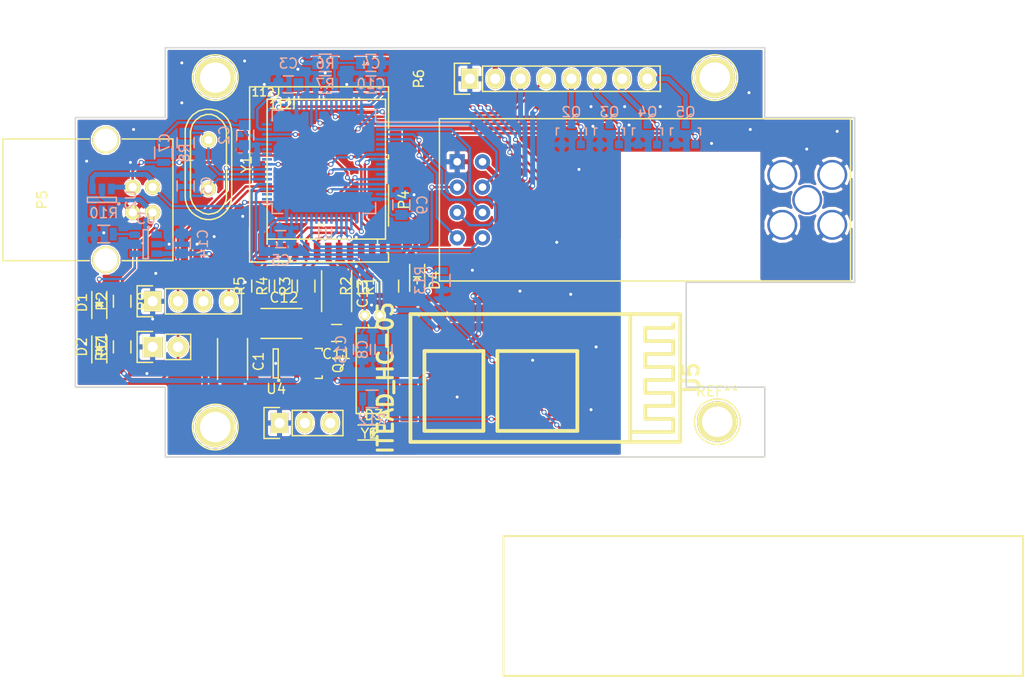
<source format=kicad_pcb>
(kicad_pcb (version 4) (host pcbnew 4.0.4-stable)
  (layers (0 F.Cu signal) (31 B.Cu signal) (34 B.Paste user) (35 F.Paste user) (36 B.SilkS user) (37 F.SilkS user) (38 B.Mask user) (39 F.Mask user) (44 Edge.Cuts user))
  (net 0 "")
  (net 1 GND)
  (net 2 +3V3)
  (net 3 "Net-(C6-Pad1)")
  (net 4 "Net-(C7-Pad1)")
  (net 5 "Net-(C8-Pad1)")
  (net 6 VCC_ADC)
  (net 7 VCC)
  (net 8 +CHARGE)
  (net 9 "Net-(C15-Pad1)")
  (net 10 "Net-(D1-Pad2)")
  (net 11 "Net-(D1-Pad1)")
  (net 12 "Net-(P1-PadCD2)")
  (net 13 /SDIO_2)
  (net 14 /SDIO_3)
  (net 15 /SDIO_CMD)
  (net 16 /SDIO_CLK)
  (net 17 /SDIO_0)
  (net 18 /SDIO_1)
  (net 19 "Net-(P1-PadCD1)")
  (net 20 NRST)
  (net 21 SWDIO)
  (net 22 SWCLK)
  (net 23 "Net-(P3-Pad3)")
  (net 24 /NRF_CE)
  (net 25 /NRF_CSN)
  (net 26 /NRF_SCK)
  (net 27 /NRF_MOSI)
  (net 28 /NRF_MISO)
  (net 29 /NRF_IRQ)
  (net 30 USBDM)
  (net 31 USBDP)
  (net 32 "Net-(P5-Pad5)")
  (net 33 "Net-(P6-Pad4)")
  (net 34 "Net-(P6-Pad5)")
  (net 35 "Net-(P6-Pad6)")
  (net 36 "Net-(P6-Pad7)")
  (net 37 "Net-(P6-Pad8)")
  (net 38 "Net-(Q2-Pad1)")
  (net 39 "Net-(Q3-Pad1)")
  (net 40 "Net-(Q4-Pad1)")
  (net 41 "Net-(Q5-Pad1)")
  (net 42 "Net-(R9-Pad1)")
  (net 43 "Net-(R10-Pad1)")
  (net 44 "Net-(U1-Pad1)")
  (net 45 "Net-(U1-Pad2)")
  (net 46 "Net-(U1-Pad9)")
  (net 47 "Net-(U1-Pad10)")
  (net 48 "Net-(U1-Pad11)")
  (net 49 "Net-(U1-Pad20)")
  (net 50 "Net-(U1-Pad21)")
  (net 51 "Net-(U1-Pad25)")
  (net 52 "Net-(U1-Pad27)")
  (net 53 "Net-(U1-Pad28)")
  (net 54 "Net-(U1-Pad29)")
  (net 55 "Net-(U1-Pad30)")
  (net 56 "Net-(U1-Pad37)")
  (net 57 "Net-(U1-Pad38)")
  (net 58 "Net-(U1-Pad41)")
  (net 59 UART_DBG_TX)
  (net 60 "Net-(U1-Pad43)")
  (net 61 "Net-(U1-Pad50)")
  (net 62 "Net-(U1-Pad55)")
  (net 63 "Net-(U1-Pad56)")
  (net 64 "Net-(U1-Pad57)")
  (net 65 "Net-(U1-Pad58)")
  (net 66 "Net-(U1-Pad60)")
  (net 67 "Net-(U1-Pad62)")
  (net 68 "Net-(U2-Pad1)")
  (net 69 "Net-(U2-Pad3)")
  (net 70 "Net-(D2-Pad2)")
  (net 71 "Net-(D3-Pad2)")
  (net 72 "Net-(D3-Pad1)")
  (net 73 "Net-(D4-Pad2)")
  (net 74 "Net-(D4-Pad1)")
  (net 75 BT_KEY)
  (net 76 BT_RX)
  (net 77 BT_TX)
  (net 78 "Net-(U5-Pad11)")
  (net 79 "Net-(U5-Pad10)")
  (net 80 "Net-(U5-Pad9)")
  (net 81 "Net-(U5-Pad8)")
  (net 82 "Net-(U5-Pad7)")
  (net 83 "Net-(U5-Pad6)")
  (net 84 "Net-(U5-Pad5)")
  (net 85 "Net-(U5-Pad4)")
  (net 86 "Net-(U5-Pad3)")
  (net 87 "Net-(U5-Pad15)")
  (net 88 "Net-(U5-Pad16)")
  (net 89 "Net-(U5-Pad17)")
  (net 90 "Net-(U5-Pad18)")
  (net 91 "Net-(U5-Pad19)")
  (net 92 "Net-(U5-Pad20)")
  (net 93 "Net-(U5-Pad23)")
  (net 94 "Net-(U5-Pad24)")
  (net 95 "Net-(U5-Pad25)")
  (net 96 "Net-(U5-Pad26)")
  (net 97 "Net-(U5-Pad27)")
  (net 98 "Net-(U5-Pad28)")
  (net 99 "Net-(U5-Pad29)")
  (net 100 "Net-(U5-Pad30)")
  (net 101 "Net-(U5-Pad33)")
  (module Housings_QFP:LQFP-64_10x10mm_Pitch0.5mm (layer B.Cu) (at 15.875 11.43)
    (fp_text reference U1 (at 0 7.2) (layer B.SilkS) (effects (justify mirror)))
    (fp_text value STM32F103RE)
    (pad 1 smd rect (at -5.7 3.75) (size 1 0.25) (layers B.Cu B.Paste B.Mask) (net 44 "Net-(U1-Pad1)"))
    (pad 2 smd rect (at -5.7 3.25) (size 1 0.25) (layers B.Cu B.Paste B.Mask) (net 45 "Net-(U1-Pad2)"))
    (pad 3 smd rect (at -5.7 2.75) (size 1 0.25) (layers B.Cu B.Paste B.Mask) (net 5 "Net-(C8-Pad1)"))
    (pad 4 smd rect (at -5.7 2.25) (size 1 0.25) (layers B.Cu B.Paste B.Mask) (net 9 "Net-(C15-Pad1)"))
    (pad 5 smd rect (at -5.7 1.75) (size 1 0.25) (layers B.Cu B.Paste B.Mask) (net 3 "Net-(C6-Pad1)"))
    (pad 6 smd rect (at -5.7 1.25) (size 1 0.25) (layers B.Cu B.Paste B.Mask) (net 4 "Net-(C7-Pad1)"))
    (pad 7 smd rect (at -5.7 0.75) (size 1 0.25) (layers B.Cu B.Paste B.Mask) (net 20 NRST))
    (pad 8 smd rect (at -5.7 0.25) (size 1 0.25) (layers B.Cu B.Paste B.Mask) (net 41 "Net-(Q5-Pad1)"))
    (pad 9 smd rect (at -5.7 -0.25) (size 1 0.25) (layers B.Cu B.Paste B.Mask) (net 46 "Net-(U1-Pad9)"))
    (pad 10 smd rect (at -5.7 -0.75) (size 1 0.25) (layers B.Cu B.Paste B.Mask) (net 47 "Net-(U1-Pad10)"))
    (pad 11 smd rect (at -5.7 -1.25) (size 1 0.25) (layers B.Cu B.Paste B.Mask) (net 48 "Net-(U1-Pad11)"))
    (pad 12 smd rect (at -5.7 -1.75) (size 1 0.25) (layers B.Cu B.Paste B.Mask) (net 1 GND))
    (pad 13 smd rect (at -5.7 -2.25) (size 1 0.25) (layers B.Cu B.Paste B.Mask) (net 2 +3V3))
    (pad 14 smd rect (at -5.7 -2.75) (size 1 0.25) (layers B.Cu B.Paste B.Mask) (net 33 "Net-(P6-Pad4)"))
    (pad 15 smd rect (at -5.7 -3.25) (size 1 0.25) (layers B.Cu B.Paste B.Mask) (net 75 BT_KEY))
    (pad 16 smd rect (at -5.7 -3.75) (size 1 0.25) (layers B.Cu B.Paste B.Mask) (net 76 BT_RX))
    (pad 17 smd rect (at -3.75 -5.7 270) (size 1 0.25) (layers B.Cu B.Paste B.Mask) (net 77 BT_TX))
    (pad 18 smd rect (at -3.25 -5.7 270) (size 1 0.25) (layers B.Cu B.Paste B.Mask) (net 1 GND))
    (pad 19 smd rect (at -2.75 -5.7 270) (size 1 0.25) (layers B.Cu B.Paste B.Mask) (net 2 +3V3))
    (pad 20 smd rect (at -2.25 -5.7 270) (size 1 0.25) (layers B.Cu B.Paste B.Mask) (net 49 "Net-(U1-Pad20)"))
    (pad 21 smd rect (at -1.75 -5.7 270) (size 1 0.25) (layers B.Cu B.Paste B.Mask) (net 50 "Net-(U1-Pad21)"))
    (pad 22 smd rect (at -1.25 -5.7 270) (size 1 0.25) (layers B.Cu B.Paste B.Mask) (net 38 "Net-(Q2-Pad1)"))
    (pad 23 smd rect (at -0.75 -5.7 270) (size 1 0.25) (layers B.Cu B.Paste B.Mask) (net 39 "Net-(Q3-Pad1)"))
    (pad 24 smd rect (at -0.25 -5.7 270) (size 1 0.25) (layers B.Cu B.Paste B.Mask) (net 6 VCC_ADC))
    (pad 25 smd rect (at 0.25 -5.7 270) (size 1 0.25) (layers B.Cu B.Paste B.Mask) (net 51 "Net-(U1-Pad25)"))
    (pad 26 smd rect (at 0.75 -5.7 270) (size 1 0.25) (layers B.Cu B.Paste B.Mask) (net 40 "Net-(Q4-Pad1)"))
    (pad 27 smd rect (at 1.25 -5.7 270) (size 1 0.25) (layers B.Cu B.Paste B.Mask) (net 52 "Net-(U1-Pad27)"))
    (pad 28 smd rect (at 1.75 -5.7 270) (size 1 0.25) (layers B.Cu B.Paste B.Mask) (net 53 "Net-(U1-Pad28)"))
    (pad 29 smd rect (at 2.25 -5.7 270) (size 1 0.25) (layers B.Cu B.Paste B.Mask) (net 54 "Net-(U1-Pad29)"))
    (pad 30 smd rect (at 2.75 -5.7 270) (size 1 0.25) (layers B.Cu B.Paste B.Mask) (net 55 "Net-(U1-Pad30)"))
    (pad 31 smd rect (at 3.25 -5.7 270) (size 1 0.25) (layers B.Cu B.Paste B.Mask) (net 1 GND))
    (pad 32 smd rect (at 3.75 -5.7 270) (size 1 0.25) (layers B.Cu B.Paste B.Mask) (net 2 +3V3))
    (pad 33 smd rect (at 5.7 -3.75) (size 1 0.25) (layers B.Cu B.Paste B.Mask) (net 25 /NRF_CSN))
    (pad 34 smd rect (at 5.7 -3.25) (size 1 0.25) (layers B.Cu B.Paste B.Mask) (net 26 /NRF_SCK))
    (pad 35 smd rect (at 5.7 -2.75) (size 1 0.25) (layers B.Cu B.Paste B.Mask) (net 28 /NRF_MISO))
    (pad 36 smd rect (at 5.7 -2.25) (size 1 0.25) (layers B.Cu B.Paste B.Mask) (net 27 /NRF_MOSI))
    (pad 37 smd rect (at 5.7 -1.75) (size 1 0.25) (layers B.Cu B.Paste B.Mask) (net 56 "Net-(U1-Pad37)"))
    (pad 38 smd rect (at 5.7 -1.25) (size 1 0.25) (layers B.Cu B.Paste B.Mask) (net 57 "Net-(U1-Pad38)"))
    (pad 39 smd rect (at 5.7 -0.75) (size 1 0.25) (layers B.Cu B.Paste B.Mask) (net 17 /SDIO_0))
    (pad 40 smd rect (at 5.7 -0.25) (size 1 0.25) (layers B.Cu B.Paste B.Mask) (net 18 /SDIO_1))
    (pad 41 smd rect (at 5.7 0.25) (size 1 0.25) (layers B.Cu B.Paste B.Mask) (net 58 "Net-(U1-Pad41)"))
    (pad 42 smd rect (at 5.7 0.75) (size 1 0.25) (layers B.Cu B.Paste B.Mask) (net 59 UART_DBG_TX))
    (pad 43 smd rect (at 5.7 1.25) (size 1 0.25) (layers B.Cu B.Paste B.Mask) (net 60 "Net-(U1-Pad43)"))
    (pad 44 smd rect (at 5.7 1.75) (size 1 0.25) (layers B.Cu B.Paste B.Mask) (net 30 USBDM))
    (pad 45 smd rect (at 5.7 2.25) (size 1 0.25) (layers B.Cu B.Paste B.Mask) (net 31 USBDP))
    (pad 46 smd rect (at 5.7 2.75) (size 1 0.25) (layers B.Cu B.Paste B.Mask) (net 21 SWDIO))
    (pad 47 smd rect (at 5.7 3.25) (size 1 0.25) (layers B.Cu B.Paste B.Mask) (net 1 GND))
    (pad 48 smd rect (at 5.7 3.75) (size 1 0.25) (layers B.Cu B.Paste B.Mask) (net 2 +3V3))
    (pad 49 smd rect (at 3.75 5.7 270) (size 1 0.25) (layers B.Cu B.Paste B.Mask) (net 22 SWCLK))
    (pad 50 smd rect (at 3.25 5.7 270) (size 1 0.25) (layers B.Cu B.Paste B.Mask) (net 61 "Net-(U1-Pad50)"))
    (pad 51 smd rect (at 2.75 5.7 270) (size 1 0.25) (layers B.Cu B.Paste B.Mask) (net 13 /SDIO_2))
    (pad 52 smd rect (at 2.25 5.7 270) (size 1 0.25) (layers B.Cu B.Paste B.Mask) (net 14 /SDIO_3))
    (pad 53 smd rect (at 1.75 5.7 270) (size 1 0.25) (layers B.Cu B.Paste B.Mask) (net 16 /SDIO_CLK))
    (pad 54 smd rect (at 1.25 5.7 270) (size 1 0.25) (layers B.Cu B.Paste B.Mask) (net 15 /SDIO_CMD))
    (pad 55 smd rect (at 0.75 5.7 270) (size 1 0.25) (layers B.Cu B.Paste B.Mask) (net 62 "Net-(U1-Pad55)"))
    (pad 56 smd rect (at 0.25 5.7 270) (size 1 0.25) (layers B.Cu B.Paste B.Mask) (net 63 "Net-(U1-Pad56)"))
    (pad 57 smd rect (at -0.25 5.7 270) (size 1 0.25) (layers B.Cu B.Paste B.Mask) (net 64 "Net-(U1-Pad57)"))
    (pad 58 smd rect (at -0.75 5.7 270) (size 1 0.25) (layers B.Cu B.Paste B.Mask) (net 65 "Net-(U1-Pad58)"))
    (pad 59 smd rect (at -1.25 5.7 270) (size 1 0.25) (layers B.Cu B.Paste B.Mask) (net 24 /NRF_CE))
    (pad 60 smd rect (at -1.75 5.7 270) (size 1 0.25) (layers B.Cu B.Paste B.Mask) (net 66 "Net-(U1-Pad60)"))
    (pad 61 smd rect (at -2.25 5.7 270) (size 1 0.25) (layers B.Cu B.Paste B.Mask) (net 29 /NRF_IRQ))
    (pad 62 smd rect (at -2.75 5.7 270) (size 1 0.25) (layers B.Cu B.Paste B.Mask) (net 67 "Net-(U1-Pad62)"))
    (pad 63 smd rect (at -3.25 5.7 270) (size 1 0.25) (layers B.Cu B.Paste B.Mask) (net 1 GND))
    (pad 64 smd rect (at -3.75 5.7 270) (size 1 0.25) (layers B.Cu B.Paste B.Mask) (net 2 +3V3))
  )
  (module Capacitors_Tantalum_SMD:TantalC_SizeB_EIA-3528_Reflow (layer F.Cu) (at 6.731 31.4325 270)
    (fp_text reference C1 (at 0 -2.6 270) (layer F.SilkS))
    (fp_text value 100uF)
    (pad 2 smd rect (at 1.46 0 270) (size 1.8 2.23) (layers F.Cu F.Paste F.Mask) (net 1 GND))
    (pad 1 smd rect (at -1.46 0 270) (size 1.8 2.23) (layers F.Cu F.Paste F.Mask) (net 2 +3V3))
  )
  (module Capacitors_SMD:C_0805 (layer B.Cu) (at 8.001 8.763 270)
    (fp_text reference C2 (at 0 2.1 270) (layer B.SilkS) (effects (justify mirror)))
    (fp_text value 0.1)
    (pad 1 smd rect (at -1 0 270) (size 1 1.25) (layers B.Cu B.Paste B.Mask) (net 2 +3V3))
    (pad 2 smd rect (at 1 0 270) (size 1 1.25) (layers B.Cu B.Paste B.Mask) (net 1 GND))
  )
  (module Capacitors_SMD:C_0805 (layer B.Cu) (at 12.319 3.683 180)
    (fp_text reference C3 (at 0 2.1 180) (layer B.SilkS) (effects (justify mirror)))
    (fp_text value 0.1)
    (pad 1 smd rect (at -1 0 180) (size 1 1.25) (layers B.Cu B.Paste B.Mask) (net 2 +3V3))
    (pad 2 smd rect (at 1 0 180) (size 1 1.25) (layers B.Cu B.Paste B.Mask) (net 1 GND))
  )
  (module Capacitors_SMD:C_0805 (layer B.Cu) (at 20.574 3.683 180)
    (fp_text reference C4 (at 0 2.1 180) (layer B.SilkS) (effects (justify mirror)))
    (fp_text value 0.1)
    (pad 1 smd rect (at -1 0 180) (size 1 1.25) (layers B.Cu B.Paste B.Mask) (net 2 +3V3))
    (pad 2 smd rect (at 1 0 180) (size 1 1.25) (layers B.Cu B.Paste B.Mask) (net 1 GND))
  )
  (module Capacitors_SMD:C_0805 (layer B.Cu) (at 11.557 19.177)
    (fp_text reference C5 (at 0 2.1) (layer B.SilkS) (effects (justify mirror)))
    (fp_text value 0.1)
    (pad 1 smd rect (at -1 0) (size 1 1.25) (layers B.Cu B.Paste B.Mask) (net 2 +3V3))
    (pad 2 smd rect (at 1 0) (size 1 1.25) (layers B.Cu B.Paste B.Mask) (net 1 GND))
  )
  (module Capacitors_SMD:C_0805 (layer B.Cu) (at 2.032 13.843 90)
    (fp_text reference C6 (at 0 2.1 90) (layer B.SilkS) (effects (justify mirror)))
    (fp_text value 20pF)
    (pad 1 smd rect (at -1 0 90) (size 1 1.25) (layers B.Cu B.Paste B.Mask) (net 3 "Net-(C6-Pad1)"))
    (pad 2 smd rect (at 1 0 90) (size 1 1.25) (layers B.Cu B.Paste B.Mask) (net 1 GND))
  )
  (module Capacitors_SMD:C_0805 (layer B.Cu) (at 2.032 9.525 270)
    (fp_text reference C7 (at 0 2.1 270) (layer B.SilkS) (effects (justify mirror)))
    (fp_text value 20pF)
    (pad 1 smd rect (at -1 0 270) (size 1 1.25) (layers B.Cu B.Paste B.Mask) (net 4 "Net-(C7-Pad1)"))
    (pad 2 smd rect (at 1 0 270) (size 1 1.25) (layers B.Cu B.Paste B.Mask) (net 1 GND))
  )
  (module Capacitors_SMD:C_0805 (layer B.Cu) (at 21.844 30.226 270)
    (fp_text reference C8 (at 0 2.1 270) (layer B.SilkS) (effects (justify mirror)))
    (fp_text value 20pF)
    (pad 1 smd rect (at -1 0 270) (size 1 1.25) (layers B.Cu B.Paste B.Mask) (net 5 "Net-(C8-Pad1)"))
    (pad 2 smd rect (at 1 0 270) (size 1 1.25) (layers B.Cu B.Paste B.Mask) (net 1 GND))
  )
  (module Capacitors_SMD:C_0805 (layer B.Cu) (at 23.622 15.748 90)
    (fp_text reference C9 (at 0 2.1 90) (layer B.SilkS) (effects (justify mirror)))
    (fp_text value 0.1)
    (pad 1 smd rect (at -1 0 90) (size 1 1.25) (layers B.Cu B.Paste B.Mask) (net 2 +3V3))
    (pad 2 smd rect (at 1 0 90) (size 1 1.25) (layers B.Cu B.Paste B.Mask) (net 1 GND))
  )
  (module Capacitors_SMD:C_0805 (layer B.Cu) (at 20.574 1.524)
    (fp_text reference C10 (at 0 2.1) (layer B.SilkS) (effects (justify mirror)))
    (fp_text value 0.1uF)
    (pad 1 smd rect (at -1 0) (size 1 1.25) (layers B.Cu B.Paste B.Mask) (net 6 VCC_ADC))
    (pad 2 smd rect (at 1 0) (size 1 1.25) (layers B.Cu B.Paste B.Mask) (net 1 GND))
  )
  (module Capacitors_SMD:C_0805 (layer F.Cu) (at 17.145 28.575 180)
    (fp_text reference C11 (at 0 -2.1 180) (layer F.SilkS))
    (fp_text value 0.1uF)
    (pad 1 smd rect (at -1 0 180) (size 1 1.25) (layers F.Cu F.Paste F.Mask) (net 7 VCC))
    (pad 2 smd rect (at 1 0 180) (size 1 1.25) (layers F.Cu F.Paste F.Mask) (net 1 GND))
  )
  (module Capacitors_Tantalum_SMD:TantalC_SizeB_EIA-3528_Reflow (layer F.Cu) (at 11.8745 27.6225)
    (fp_text reference C12 (at 0 -2.6) (layer F.SilkS))
    (fp_text value 100uF)
    (pad 2 smd rect (at 1.46 0) (size 1.8 2.23) (layers F.Cu F.Paste F.Mask) (net 1 GND))
    (pad 1 smd rect (at -1.46 0) (size 1.8 2.23) (layers F.Cu F.Paste F.Mask) (net 7 VCC))
  )
  (module Capacitors_Tantalum_SMD:TantalC_SizeB_EIA-3528_Reflow (layer F.Cu) (at 17.145 24.638 270)
    (fp_text reference C13 (at 0 -2.6 270) (layer F.SilkS))
    (fp_text value 100uF)
    (pad 2 smd rect (at 1.46 0 270) (size 1.8 2.23) (layers F.Cu F.Paste F.Mask) (net 1 GND))
    (pad 1 smd rect (at -1.46 0 270) (size 1.8 2.23) (layers F.Cu F.Paste F.Mask) (net 2 +3V3))
  )
  (module Capacitors_SMD:C_0805 (layer B.Cu) (at 1.651 19.6215 90)
    (fp_text reference C14 (at 0 2.1 90) (layer B.SilkS) (effects (justify mirror)))
    (fp_text value 4.7uF)
    (pad 1 smd rect (at -1 0 90) (size 1 1.25) (layers B.Cu B.Paste B.Mask) (net 8 +CHARGE))
    (pad 2 smd rect (at 1 0 90) (size 1 1.25) (layers B.Cu B.Paste B.Mask) (net 1 GND))
  )
  (module Capacitors_SMD:C_0805 (layer B.Cu) (at 19.685 30.226 270)
    (fp_text reference C15 (at 0 2.1 270) (layer B.SilkS) (effects (justify mirror)))
    (fp_text value 20pF)
    (pad 1 smd rect (at -1 0 270) (size 1 1.25) (layers B.Cu B.Paste B.Mask) (net 9 "Net-(C15-Pad1)"))
    (pad 2 smd rect (at 1 0 270) (size 1 1.25) (layers B.Cu B.Paste B.Mask) (net 1 GND))
  )
  (module LEDs:LED_0805 (layer F.Cu) (at -6.604 25.527 90)
    (fp_text reference D1 (at 0 -1.75 90) (layer F.SilkS))
    (fp_text value Led)
    (pad 2 smd rect (at 1.04902 0 270) (size 1.19888 1.19888) (layers F.Cu F.Paste F.Mask) (net 10 "Net-(D1-Pad2)"))
    (pad 1 smd rect (at -1.04902 0 270) (size 1.19888 1.19888) (layers F.Cu F.Paste F.Mask) (net 11 "Net-(D1-Pad1)"))
  )
  (module micro-sd-112I-J:MICROSD-CD-112IJ (layer F.Cu) (at 15.24 20.32 180)
    (fp_text reference P1 (at -0.4 2.55 180) (layer F.SilkS) (effects (font (size 0.39878 0.39878) (thickness 0.0508))))
    (fp_text value MICROSD-SDIO-CD hide)
    (fp_text user 112J (at 5.15 15.85 180) (layer F.SilkS) (effects (font (size 0.8 0.8))))
    (fp_text user 112I (at 3.5 14.6 180) (layer F.SilkS) (effects (font (size 0.8 0.8))))
    (pad CD2 smd rect (at 4.445 0 180) (size 0.6604 1.5748) (layers F.Cu F.Paste F.Mask) (net 12 "Net-(P1-PadCD2)"))
    (pad 1 smd rect (at 2.2352 0 180) (size 0.6604 1.5748) (layers F.Cu F.Paste F.Mask) (net 13 /SDIO_2))
    (pad 2 smd rect (at 1.143 0 180) (size 0.6604 1.5748) (layers F.Cu F.Paste F.Mask) (net 14 /SDIO_3))
    (pad 3 smd rect (at 0.0508 0 180) (size 0.6604 1.5748) (layers F.Cu F.Paste F.Mask) (net 15 /SDIO_CMD))
    (pad 4 smd rect (at -1.0668 0 180) (size 0.6604 1.5748) (layers F.Cu F.Paste F.Mask) (net 2 +3V3))
    (pad 5 smd rect (at -2.159 0 180) (size 0.6604 1.5748) (layers F.Cu F.Paste F.Mask) (net 16 /SDIO_CLK))
    (pad 6 smd rect (at -3.2512 0 180) (size 0.6604 1.5748) (layers F.Cu F.Paste F.Mask) (net 1 GND))
    (pad 7 smd rect (at -4.3688 0 180) (size 0.6604 1.5748) (layers F.Cu F.Paste F.Mask) (net 17 /SDIO_0))
    (pad 8 smd rect (at -5.461 0 180) (size 0.6604 1.5748) (layers F.Cu F.Paste F.Mask) (net 18 /SDIO_1))
    (pad CD1 smd rect (at 3.31724 0 180) (size 0.6604 1.5748) (layers F.Cu F.Paste F.Mask) (net 19 "Net-(P1-PadCD1)"))
    (pad CASE smd rect (at 5.842 7.874 180) (size 1.1684 2.1844) (layers F.Cu F.Paste F.Mask))
    (pad CASE smd rect (at -7.62 7.874 180) (size 1.1684 2.1844) (layers F.Cu F.Paste F.Mask))
    (pad CD3 smd rect (at -6.5532 0 180) (size 0.6604 1.5748) (layers F.Cu F.Paste F.Mask))
    (pad CASE smd rect (at -7.8 10.9 180) (size 1.1684 2.1844) (layers F.Cu F.Paste F.Mask))
    (pad CASE smd rect (at 7.55 10.9 180) (size 1.1684 2.1844) (layers F.Cu F.Paste F.Mask))
    (pad CASE smd rect (at -7.8 1.1 180) (size 1.1684 2.1844) (layers F.Cu F.Paste F.Mask))
    (pad CASE smd rect (at 7.55 1.1 180) (size 1.1684 2.1844) (layers F.Cu F.Paste F.Mask))
  )
  (module Pin_Headers:Pin_Header_Straight_1x04 (layer F.Cu) (at -1.27 25.4 90)
    (fp_text reference P2 (at 0 -5.1 90) (layer F.SilkS))
    (fp_text value SWD)
    (pad 1 thru_hole rect (at 0 0 90) (size 2.032 1.7272) (drill 1.016) (layers *.Cu *.Mask F.SilkS) (net 1 GND))
    (pad 2 thru_hole oval (at 0 2.54 90) (size 2.032 1.7272) (drill 1.016) (layers *.Cu *.Mask F.SilkS) (net 20 NRST))
    (pad 3 thru_hole oval (at 0 5.08 90) (size 2.032 1.7272) (drill 1.016) (layers *.Cu *.Mask F.SilkS) (net 21 SWDIO))
    (pad 4 thru_hole oval (at 0 7.62 90) (size 2.032 1.7272) (drill 1.016) (layers *.Cu *.Mask F.SilkS) (net 22 SWCLK))
  )
  (module Pin_Headers:Pin_Header_Straight_1x03 (layer F.Cu) (at 11.43 37.592 90)
    (fp_text reference P3 (at 0 -5.1 90) (layer F.SilkS))
    (fp_text value "G B Vcc")
    (pad 1 thru_hole rect (at 0 0 90) (size 2.032 1.7272) (drill 1.016) (layers *.Cu *.Mask F.SilkS) (net 1 GND))
    (pad 2 thru_hole oval (at 0 2.54 90) (size 2.032 1.7272) (drill 1.016) (layers *.Cu *.Mask F.SilkS) (net 8 +CHARGE))
    (pad 3 thru_hole oval (at 0 5.08 90) (size 2.032 1.7272) (drill 1.016) (layers *.Cu *.Mask F.SilkS) (net 23 "Net-(P3-Pad3)"))
  )
  (module components:NRF25L01-universal (layer F.Cu) (at 30.48 15.24 270)
    (fp_text reference P4 (at 0 6.604 270) (layer F.SilkS))
    (fp_text value NRF24L01)
    (pad 1 thru_hole rect (at -3.81 1.27 270) (size 1.524 1.524) (drill 0.762) (layers *.Cu *.Mask) (net 1 GND))
    (pad 2 thru_hole circle (at -3.81 -1.27 270) (size 1.524 1.524) (drill 0.762) (layers *.Cu *.Mask) (net 2 +3V3))
    (pad 3 thru_hole circle (at -1.27 1.27 270) (size 1.524 1.524) (drill 0.762) (layers *.Cu *.Mask) (net 24 /NRF_CE))
    (pad 4 thru_hole circle (at -1.27 -1.27 270) (size 1.524 1.524) (drill 0.762) (layers *.Cu *.Mask) (net 25 /NRF_CSN))
    (pad 5 thru_hole circle (at 1.27 1.27 270) (size 1.524 1.524) (drill 0.762) (layers *.Cu *.Mask) (net 26 /NRF_SCK))
    (pad 6 thru_hole circle (at 1.27 -1.27 270) (size 1.524 1.524) (drill 0.762) (layers *.Cu *.Mask) (net 27 /NRF_MOSI))
    (pad 7 thru_hole circle (at 3.81 1.27 270) (size 1.524 1.524) (drill 0.762) (layers *.Cu *.Mask) (net 28 /NRF_MISO))
    (pad 8 thru_hole circle (at 3.81 -1.27 270) (size 1.524 1.524) (drill 0.762) (layers *.Cu *.Mask) (net 29 /NRF_IRQ))
    (pad 1 thru_hole circle (at 2.5 -31.27 270) (size 3 3) (drill 2.5) (layers *.Cu *.Mask) (net 1 GND))
    (pad 1 thru_hole circle (at -2.5 -31.27 270) (size 3 3) (drill 2.5) (layers *.Cu *.Mask) (net 1 GND))
    (pad 9 thru_hole circle (at 0 -33.77 270) (size 3 3) (drill 2.5) (layers *.Cu *.Mask))
    (pad 1 thru_hole circle (at -2.5 -36.27 270) (size 3 3) (drill 2.5) (layers *.Cu *.Mask) (net 1 GND))
    (pad 1 thru_hole circle (at 2.5 -36.27 270) (size 3 3) (drill 2.5) (layers *.Cu *.Mask) (net 1 GND))
  )
  (module Connect:USB_B (layer F.Cu) (at -1.27 16.51 180)
    (fp_text reference P5 (at 11.049 1.27 270) (layer F.SilkS))
    (fp_text value USB_A)
    (pad 2 thru_hole circle (at 0 2.54 90) (size 1.524 1.524) (drill 0.8128) (layers *.Cu *.Mask F.SilkS) (net 30 USBDM))
    (pad 1 thru_hole circle (at 0 0 90) (size 1.524 1.524) (drill 0.8128) (layers *.Cu *.Mask F.SilkS) (net 10 "Net-(D1-Pad2)"))
    (pad 4 thru_hole circle (at 1.99898 0 90) (size 1.524 1.524) (drill 0.8128) (layers *.Cu *.Mask F.SilkS) (net 1 GND))
    (pad 3 thru_hole circle (at 1.99898 2.54 90) (size 1.524 1.524) (drill 0.8128) (layers *.Cu *.Mask F.SilkS) (net 31 USBDP))
    (pad 5 thru_hole circle (at 4.699 7.26948 90) (size 2.70002 2.70002) (drill 2.30124) (layers *.Cu *.Mask F.SilkS) (net 32 "Net-(P5-Pad5)"))
    (pad 5 thru_hole circle (at 4.699 -4.72948 90) (size 2.70002 2.70002) (drill 2.30124) (layers *.Cu *.Mask F.SilkS) (net 32 "Net-(P5-Pad5)"))
  )
  (module Pin_Headers:Pin_Header_Straight_1x08 (layer F.Cu) (at 30.48 3.1115 90)
    (fp_text reference P6 (at 0 -5.1 90) (layer F.SilkS))
    (fp_text value SENSOR_CONNECTOR)
    (pad 1 thru_hole rect (at 0 0 90) (size 2.032 1.7272) (drill 1.016) (layers *.Cu *.Mask F.SilkS) (net 1 GND))
    (pad 2 thru_hole oval (at 0 2.54 90) (size 2.032 1.7272) (drill 1.016) (layers *.Cu *.Mask F.SilkS) (net 7 VCC))
    (pad 3 thru_hole oval (at 0 5.08 90) (size 2.032 1.7272) (drill 1.016) (layers *.Cu *.Mask F.SilkS) (net 2 +3V3))
    (pad 4 thru_hole oval (at 0 7.62 90) (size 2.032 1.7272) (drill 1.016) (layers *.Cu *.Mask F.SilkS) (net 33 "Net-(P6-Pad4)"))
    (pad 5 thru_hole oval (at 0 10.16 90) (size 2.032 1.7272) (drill 1.016) (layers *.Cu *.Mask F.SilkS) (net 34 "Net-(P6-Pad5)"))
    (pad 6 thru_hole oval (at 0 12.7 90) (size 2.032 1.7272) (drill 1.016) (layers *.Cu *.Mask F.SilkS) (net 35 "Net-(P6-Pad6)"))
    (pad 7 thru_hole oval (at 0 15.24 90) (size 2.032 1.7272) (drill 1.016) (layers *.Cu *.Mask F.SilkS) (net 36 "Net-(P6-Pad7)"))
    (pad 8 thru_hole oval (at 0 17.78 90) (size 2.032 1.7272) (drill 1.016) (layers *.Cu *.Mask F.SilkS) (net 37 "Net-(P6-Pad8)"))
  )
  (module TO_SOT_Packages_SMD:SOT-23 (layer F.Cu) (at 15.0495 31.623 270)
    (fp_text reference Q1 (at 0 -2.25 270) (layer F.SilkS))
    (fp_text value IRLML6402)
    (pad 1 smd rect (at -0.95 1.00076 270) (size 0.8001 0.8001) (layers F.Cu F.Paste F.Mask) (net 1 GND))
    (pad 2 smd rect (at 0.95 1.00076 270) (size 0.8001 0.8001) (layers F.Cu F.Paste F.Mask) (net 7 VCC))
    (pad 3 smd rect (at 0 -0.99822 270) (size 0.8001 0.8001) (layers F.Cu F.Paste F.Mask) (net 23 "Net-(P3-Pad3)"))
  )
  (module TO_SOT_Packages_SMD:SOT-23 (layer B.Cu) (at 40.64 8.6995 180)
    (fp_text reference Q2 (at 0 2.25 180) (layer B.SilkS) (effects (justify mirror)))
    (fp_text value IRLML2502)
    (pad 1 smd rect (at -0.95 -1.00076 180) (size 0.8001 0.8001) (layers B.Cu B.Paste B.Mask) (net 38 "Net-(Q2-Pad1)"))
    (pad 2 smd rect (at 0.95 -1.00076 180) (size 0.8001 0.8001) (layers B.Cu B.Paste B.Mask) (net 1 GND))
    (pad 3 smd rect (at 0 0.99822 180) (size 0.8001 0.8001) (layers B.Cu B.Paste B.Mask) (net 34 "Net-(P6-Pad5)"))
  )
  (module TO_SOT_Packages_SMD:SOT-23 (layer B.Cu) (at 44.45 8.6995 180)
    (fp_text reference Q3 (at 0 2.25 180) (layer B.SilkS) (effects (justify mirror)))
    (fp_text value IRLML2502)
    (pad 1 smd rect (at -0.95 -1.00076 180) (size 0.8001 0.8001) (layers B.Cu B.Paste B.Mask) (net 39 "Net-(Q3-Pad1)"))
    (pad 2 smd rect (at 0.95 -1.00076 180) (size 0.8001 0.8001) (layers B.Cu B.Paste B.Mask) (net 1 GND))
    (pad 3 smd rect (at 0 0.99822 180) (size 0.8001 0.8001) (layers B.Cu B.Paste B.Mask) (net 35 "Net-(P6-Pad6)"))
  )
  (module TO_SOT_Packages_SMD:SOT-23 (layer B.Cu) (at 48.26 8.6995 180)
    (fp_text reference Q4 (at 0 2.25 180) (layer B.SilkS) (effects (justify mirror)))
    (fp_text value IRLML2502)
    (pad 1 smd rect (at -0.95 -1.00076 180) (size 0.8001 0.8001) (layers B.Cu B.Paste B.Mask) (net 40 "Net-(Q4-Pad1)"))
    (pad 2 smd rect (at 0.95 -1.00076 180) (size 0.8001 0.8001) (layers B.Cu B.Paste B.Mask) (net 1 GND))
    (pad 3 smd rect (at 0 0.99822 180) (size 0.8001 0.8001) (layers B.Cu B.Paste B.Mask) (net 36 "Net-(P6-Pad7)"))
  )
  (module TO_SOT_Packages_SMD:SOT-23 (layer B.Cu) (at 52.07 8.6995 180)
    (fp_text reference Q5 (at 0 2.25 180) (layer B.SilkS) (effects (justify mirror)))
    (fp_text value IRLML2502)
    (pad 1 smd rect (at -0.95 -1.00076 180) (size 0.8001 0.8001) (layers B.Cu B.Paste B.Mask) (net 41 "Net-(Q5-Pad1)"))
    (pad 2 smd rect (at 0.95 -1.00076 180) (size 0.8001 0.8001) (layers B.Cu B.Paste B.Mask) (net 1 GND))
    (pad 3 smd rect (at 0 0.99822 180) (size 0.8001 0.8001) (layers B.Cu B.Paste B.Mask) (net 37 "Net-(P6-Pad8)"))
  )
  (module Resistors_SMD:R_0805 (layer F.Cu) (at 22.479 23.876 90)
    (fp_text reference R1 (at 0 -2.1 90) (layer F.SilkS))
    (fp_text value 47k)
    (pad 1 smd rect (at -0.95 0 90) (size 0.7 1.3) (layers F.Cu F.Paste F.Mask) (net 2 +3V3))
    (pad 2 smd rect (at 0.95 0 90) (size 0.7 1.3) (layers F.Cu F.Paste F.Mask) (net 18 /SDIO_1))
  )
  (module Resistors_SMD:R_0805 (layer F.Cu) (at 20.193 23.876 90)
    (fp_text reference R2 (at 0 -2.1 90) (layer F.SilkS))
    (fp_text value 47k)
    (pad 1 smd rect (at -0.95 0 90) (size 0.7 1.3) (layers F.Cu F.Paste F.Mask) (net 2 +3V3))
    (pad 2 smd rect (at 0.95 0 90) (size 0.7 1.3) (layers F.Cu F.Paste F.Mask) (net 17 /SDIO_0))
  )
  (module Resistors_SMD:R_0805 (layer F.Cu) (at 14.097 23.876 90)
    (fp_text reference R3 (at 0 -2.1 90) (layer F.SilkS))
    (fp_text value 47k)
    (pad 1 smd rect (at -0.95 0 90) (size 0.7 1.3) (layers F.Cu F.Paste F.Mask) (net 2 +3V3))
    (pad 2 smd rect (at 0.95 0 90) (size 0.7 1.3) (layers F.Cu F.Paste F.Mask) (net 15 /SDIO_CMD))
  )
  (module Resistors_SMD:R_0805 (layer F.Cu) (at 11.811 23.876 90)
    (fp_text reference R4 (at 0 -2.1 90) (layer F.SilkS))
    (fp_text value 47k)
    (pad 1 smd rect (at -0.95 0 90) (size 0.7 1.3) (layers F.Cu F.Paste F.Mask) (net 2 +3V3))
    (pad 2 smd rect (at 0.95 0 90) (size 0.7 1.3) (layers F.Cu F.Paste F.Mask) (net 14 /SDIO_3))
  )
  (module Resistors_SMD:R_0805 (layer F.Cu) (at 9.525 23.876 90)
    (fp_text reference R5 (at 0 -2.1 90) (layer F.SilkS))
    (fp_text value 47k)
    (pad 1 smd rect (at -0.95 0 90) (size 0.7 1.3) (layers F.Cu F.Paste F.Mask) (net 2 +3V3))
    (pad 2 smd rect (at 0.95 0 90) (size 0.7 1.3) (layers F.Cu F.Paste F.Mask) (net 13 /SDIO_2))
  )
  (module Resistors_SMD:R_0805 (layer B.Cu) (at 16.002 3.683 180)
    (fp_text reference R6 (at 0 2.1 180) (layer B.SilkS) (effects (justify mirror)))
    (fp_text value 10k)
    (pad 1 smd rect (at -0.95 0 180) (size 0.7 1.3) (layers B.Cu B.Paste B.Mask) (net 6 VCC_ADC))
    (pad 2 smd rect (at 0.95 0 180) (size 0.7 1.3) (layers B.Cu B.Paste B.Mask) (net 1 GND))
  )
  (module Resistors_SMD:R_0805 (layer B.Cu) (at 16.002 1.524)
    (fp_text reference R7 (at 0 2.1) (layer B.SilkS) (effects (justify mirror)))
    (fp_text value 10k)
    (pad 1 smd rect (at -0.95 0) (size 0.7 1.3) (layers B.Cu B.Paste B.Mask) (net 7 VCC))
    (pad 2 smd rect (at 0.95 0) (size 0.7 1.3) (layers B.Cu B.Paste B.Mask) (net 6 VCC_ADC))
  )
  (module Resistors_SMD:R_0805 (layer B.Cu) (at -0.1905 10.541 90)
    (fp_text reference R8 (at 0 2.1 90) (layer B.SilkS) (effects (justify mirror)))
    (fp_text value 1.5k)
    (pad 1 smd rect (at -0.95 0 90) (size 0.7 1.3) (layers B.Cu B.Paste B.Mask) (net 31 USBDP))
    (pad 2 smd rect (at 0.95 0 90) (size 0.7 1.3) (layers B.Cu B.Paste B.Mask) (net 2 +3V3))
  )
  (module Resistors_SMD:R_0805 (layer F.Cu) (at -4.318 25.4 270)
    (fp_text reference R9 (at 0 -2.1 270) (layer F.SilkS))
    (fp_text value 470)
    (pad 1 smd rect (at -0.95 0 270) (size 0.7 1.3) (layers F.Cu F.Paste F.Mask) (net 42 "Net-(R9-Pad1)"))
    (pad 2 smd rect (at 0.95 0 270) (size 0.7 1.3) (layers F.Cu F.Paste F.Mask) (net 11 "Net-(D1-Pad1)"))
  )
  (module Resistors_SMD:R_0805 (layer B.Cu) (at -6.1595 18.669 180)
    (fp_text reference R10 (at 0 2.1 180) (layer B.SilkS) (effects (justify mirror)))
    (fp_text value 2k)
    (pad 1 smd rect (at -0.95 0 180) (size 0.7 1.3) (layers B.Cu B.Paste B.Mask) (net 43 "Net-(R10-Pad1)"))
    (pad 2 smd rect (at 0.95 0 180) (size 0.7 1.3) (layers B.Cu B.Paste B.Mask) (net 1 GND))
  )
  (module TO_SOT_Packages_SMD:SOT-23-6 (layer B.Cu) (at -6.35 15.24 90)
    (fp_text reference U2 (at 0 2.9 90) (layer B.SilkS) (effects (justify mirror)))
    (fp_text value USBLC6-4)
    (pad 1 smd rect (at -1.1 0.95 90) (size 1.06 0.65) (layers B.Cu B.Paste B.Mask) (net 68 "Net-(U2-Pad1)"))
    (pad 2 smd rect (at -1.1 0 90) (size 1.06 0.65) (layers B.Cu B.Paste B.Mask) (net 1 GND))
    (pad 3 smd rect (at -1.1 -0.95 90) (size 1.06 0.65) (layers B.Cu B.Paste B.Mask) (net 69 "Net-(U2-Pad3)"))
    (pad 4 smd rect (at 1.1 -0.95 90) (size 1.06 0.65) (layers B.Cu B.Paste B.Mask) (net 30 USBDM))
    (pad 6 smd rect (at 1.1 0.95 90) (size 1.06 0.65) (layers B.Cu B.Paste B.Mask) (net 31 USBDP))
    (pad 5 smd rect (at 1.1 0 90) (size 1.06 0.65) (layers B.Cu B.Paste B.Mask) (net 10 "Net-(D1-Pad2)"))
  )
  (module TO_SOT_Packages_SMD:SOT-23-5 (layer B.Cu) (at -1.9685 19.685 180)
    (fp_text reference U3 (at -0.05 2.55 180) (layer B.SilkS) (effects (justify mirror)))
    (fp_text value MCP73831)
    (pad 1 smd rect (at -1.1 0.95 180) (size 1.06 0.65) (layers B.Cu B.Paste B.Mask) (net 42 "Net-(R9-Pad1)"))
    (pad 2 smd rect (at -1.1 0 180) (size 1.06 0.65) (layers B.Cu B.Paste B.Mask) (net 1 GND))
    (pad 3 smd rect (at -1.1 -0.95 180) (size 1.06 0.65) (layers B.Cu B.Paste B.Mask) (net 8 +CHARGE))
    (pad 4 smd rect (at 1.1 -0.95 180) (size 1.06 0.65) (layers B.Cu B.Paste B.Mask) (net 10 "Net-(D1-Pad2)"))
    (pad 5 smd rect (at 1.1 0.95 180) (size 1.06 0.65) (layers B.Cu B.Paste B.Mask) (net 43 "Net-(R10-Pad1)"))
  )
  (module TO_SOT_Packages_SMD:SOT-23-5 (layer F.Cu) (at 11.049 31.623 180)
    (fp_text reference U4 (at -0.05 -2.55 180) (layer F.SilkS))
    (fp_text value NCP551)
    (pad 1 smd rect (at -1.1 -0.95 180) (size 1.06 0.65) (layers F.Cu F.Paste F.Mask) (net 7 VCC))
    (pad 2 smd rect (at -1.1 0 180) (size 1.06 0.65) (layers F.Cu F.Paste F.Mask) (net 1 GND))
    (pad 3 smd rect (at -1.1 0.95 180) (size 1.06 0.65) (layers F.Cu F.Paste F.Mask) (net 7 VCC))
    (pad 4 smd rect (at 1.1 0.95 180) (size 1.06 0.65) (layers F.Cu F.Paste F.Mask))
    (pad 5 smd rect (at 1.1 -0.95 180) (size 1.06 0.65) (layers F.Cu F.Paste F.Mask) (net 2 +3V3))
  )
  (module Crystals:Crystal_HC49-U_Vertical (layer F.Cu) (at 4.318 11.684 270)
    (fp_text reference Y1 (at 0 -3.81 270) (layer F.SilkS))
    (fp_text value 8MHz)
    (pad 1 thru_hole circle (at -2.44094 0 270) (size 1.50114 1.50114) (drill 0.8001) (layers *.Cu *.Mask F.SilkS) (net 4 "Net-(C7-Pad1)"))
    (pad 2 thru_hole circle (at 2.44094 0 270) (size 1.50114 1.50114) (drill 0.8001) (layers *.Cu *.Mask F.SilkS) (net 3 "Net-(C6-Pad1)"))
  )
  (module Crystals:Crystal_Round_Horizontal_3mm (layer F.Cu) (at 20.701 26.797 180)
    (fp_text reference Y2 (at 0.24892 -11.8491 180) (layer F.SilkS))
    (fp_text value 32768Hz)
    (pad 1 thru_hole circle (at -0.7493 0 180) (size 1.00076 1.00076) (drill 0.59944) (layers *.Cu *.Mask F.SilkS) (net 5 "Net-(C8-Pad1)"))
    (pad 2 thru_hole circle (at 0.7493 0 180) (size 1.00076 1.00076) (drill 0.59944) (layers *.Cu *.Mask F.SilkS) (net 9 "Net-(C15-Pad1)"))
  )
  (module Connect:1pin (layer F.Cu) (at 5 3)
    (fp_text reference REF** hide)
    (fp_text value 1pin hide)
    (pad 1 thru_hole circle (at 0 0) (size 4.064 4.064) (drill 3.048) (layers *.Cu *.Mask F.SilkS))
  )
  (module Connect:1pin (layer F.Cu) (at 55 3)
    (fp_text reference REF** hide)
    (fp_text value 1pin hide)
    (pad 1 thru_hole circle (at 0 0) (size 4.064 4.064) (drill 3.048) (layers *.Cu *.Mask F.SilkS))
  )
  (module Connect:1pin (layer F.Cu) (at 5 38)
    (fp_text reference REF** hide)
    (fp_text value 1pin hide)
    (pad 1 thru_hole circle (at 0 0) (size 4.064 4.064) (drill 3.048) (layers *.Cu *.Mask F.SilkS))
  )
  (module Connect:1pin (layer F.Cu) (at 55.245 37.465)
    (fp_text reference REF** (at 0 -3.048) (layer F.SilkS))
    (fp_text value 1pin)
    (pad 1 thru_hole circle (at 0 0) (size 4.064 4.064) (drill 3.048) (layers *.Cu *.Mask F.SilkS))
  )
  (module LEDs:LED_0805 (layer F.Cu) (at -6.604 29.972 90)
    (fp_text reference D2 (at 0 -1.75 90) (layer F.SilkS))
    (fp_text value LED)
    (pad 2 smd rect (at 1.04902 0 270) (size 1.19888 1.19888) (layers F.Cu F.Paste F.Mask) (net 70 "Net-(D2-Pad2)"))
    (pad 1 smd rect (at -1.04902 0 270) (size 1.19888 1.19888) (layers F.Cu F.Paste F.Mask) (net 59 UART_DBG_TX))
  )
  (module Resistors_SMD:R_0805 (layer F.Cu) (at -4.318 29.972 90)
    (fp_text reference R11 (at 0 -2.1 90) (layer F.SilkS))
    (fp_text value 470)
    (pad 1 smd rect (at -0.95 0 90) (size 0.7 1.3) (layers F.Cu F.Paste F.Mask) (net 7 VCC))
    (pad 2 smd rect (at 0.95 0 90) (size 0.7 1.3) (layers F.Cu F.Paste F.Mask) (net 70 "Net-(D2-Pad2)"))
  )
  (module Pin_Headers:Pin_Header_Straight_1x02 (layer F.Cu) (at -1.27 29.972 90)
    (fp_text reference P7 (at 0 -5.1 90) (layer F.SilkS))
    (fp_text value DEBUG_TX)
    (pad 1 thru_hole rect (at 0 0 90) (size 2.032 2.032) (drill 1.016) (layers *.Cu *.Mask F.SilkS) (net 1 GND))
    (pad 2 thru_hole oval (at 0 2.54 90) (size 2.032 2.032) (drill 1.016) (layers *.Cu *.Mask F.SilkS) (net 59 UART_DBG_TX))
  )
  (module LEDs:LED_0805 (layer F.Cu) (at 20.8915 38.5445)
    (fp_text reference D3 (at 0 -1.75) (layer F.SilkS))
    (fp_text value Link)
    (pad 2 smd rect (at 1.04902 0 180) (size 1.19888 1.19888) (layers F.Cu F.Paste F.Mask) (net 71 "Net-(D3-Pad2)"))
    (pad 1 smd rect (at -1.04902 0 180) (size 1.19888 1.19888) (layers F.Cu F.Paste F.Mask) (net 72 "Net-(D3-Pad1)"))
  )
  (module LEDs:LED_0805 (layer F.Cu) (at 25.2095 23.3045 270)
    (fp_text reference D4 (at 0 -1.75 270) (layer F.SilkS))
    (fp_text value Mode)
    (pad 2 smd rect (at 1.04902 0 90) (size 1.19888 1.19888) (layers F.Cu F.Paste F.Mask) (net 73 "Net-(D4-Pad2)"))
    (pad 1 smd rect (at -1.04902 0 90) (size 1.19888 1.19888) (layers F.Cu F.Paste F.Mask) (net 74 "Net-(D4-Pad1)"))
  )
  (module Resistors_SMD:R_0805 (layer B.Cu) (at 20.701 35.179)
    (fp_text reference R12 (at 0 2.1) (layer B.SilkS) (effects (justify mirror)))
    (fp_text value 470)
    (pad 1 smd rect (at -0.95 0) (size 0.7 1.3) (layers B.Cu B.Paste B.Mask) (net 72 "Net-(D3-Pad1)"))
    (pad 2 smd rect (at 0.95 0) (size 0.7 1.3) (layers B.Cu B.Paste B.Mask) (net 1 GND))
  )
  (module Resistors_SMD:R_0805 (layer B.Cu) (at 27.6225 23.3045 270)
    (fp_text reference R13 (at 0 2.1 270) (layer B.SilkS) (effects (justify mirror)))
    (fp_text value 470)
    (pad 1 smd rect (at -0.95 0 270) (size 0.7 1.3) (layers B.Cu B.Paste B.Mask) (net 74 "Net-(D4-Pad1)"))
    (pad 2 smd rect (at 0.95 0 270) (size 0.7 1.3) (layers B.Cu B.Paste B.Mask) (net 1 GND))
  )
  (module w_rf_modules:ITEAD_HC-05 (layer F.Cu) (at 38.0365 33.0835 270)
    (fp_text reference U5 (at 0 -14.59992 270) (layer F.SilkS) (effects (font (thickness 0.3048))))
    (fp_text value ITEAD_HC-05 (at 0 15.99946 270) (layer F.SilkS) (effects (font (thickness 0.3048))))
    (pad 11 smd rect (at -6.49986 8.99922 270) (size 1.69926 1.19888) (layers F.Cu F.Paste F.Mask) (net 78 "Net-(U5-Pad11)"))
    (pad 12 smd rect (at -6.49986 10.50036 270) (size 1.69926 1.19888) (layers F.Cu F.Paste F.Mask) (net 2 +3V3))
    (pad 13 smd rect (at -6.49986 11.99896 270) (size 1.69926 1.19888) (layers F.Cu F.Paste F.Mask) (net 1 GND))
    (pad 10 smd rect (at -6.49986 7.50062 270) (size 1.69926 1.19888) (layers F.Cu F.Paste F.Mask) (net 79 "Net-(U5-Pad10)"))
    (pad 9 smd rect (at -6.49986 5.99948 270) (size 1.69926 1.19888) (layers F.Cu F.Paste F.Mask) (net 80 "Net-(U5-Pad9)"))
    (pad 8 smd rect (at -6.49986 4.50088 270) (size 1.69926 1.19888) (layers F.Cu F.Paste F.Mask) (net 81 "Net-(U5-Pad8)"))
    (pad 7 smd rect (at -6.49986 2.99974 270) (size 1.69926 1.19888) (layers F.Cu F.Paste F.Mask) (net 82 "Net-(U5-Pad7)"))
    (pad 6 smd rect (at -6.49986 1.50114 270) (size 1.69926 1.19888) (layers F.Cu F.Paste F.Mask) (net 83 "Net-(U5-Pad6)"))
    (pad 5 smd rect (at -6.49986 0 270) (size 1.69926 1.19888) (layers F.Cu F.Paste F.Mask) (net 84 "Net-(U5-Pad5)"))
    (pad 4 smd rect (at -6.49986 -1.50114 270) (size 1.69926 1.19888) (layers F.Cu F.Paste F.Mask) (net 85 "Net-(U5-Pad4)"))
    (pad 3 smd rect (at -6.49986 -2.99974 270) (size 1.69926 1.19888) (layers F.Cu F.Paste F.Mask) (net 86 "Net-(U5-Pad3)"))
    (pad 2 smd rect (at -6.49986 -4.50088 270) (size 1.69926 1.19888) (layers F.Cu F.Paste F.Mask) (net 76 BT_RX))
    (pad 1 smd rect (at -6.49986 -5.99948 270) (size 1.69926 1.19888) (layers F.Cu F.Paste F.Mask) (net 77 BT_TX))
    (pad 14 smd rect (at -5.25018 13.69568 270) (size 1.19888 1.59766) (layers F.Cu F.Paste F.Mask))
    (pad 15 smd rect (at -3.7465 13.64996 270) (size 1.19888 1.69926) (layers F.Cu F.Paste F.Mask) (net 87 "Net-(U5-Pad15)"))
    (pad 16 smd rect (at -2.2479 13.64996 270) (size 1.19888 1.69926) (layers F.Cu F.Paste F.Mask) (net 88 "Net-(U5-Pad16)"))
    (pad 17 smd rect (at -0.7493 13.64996 270) (size 1.19888 1.69926) (layers F.Cu F.Paste F.Mask) (net 89 "Net-(U5-Pad17)"))
    (pad 18 smd rect (at 0.7493 13.64996 270) (size 1.19888 1.69926) (layers F.Cu F.Paste F.Mask) (net 90 "Net-(U5-Pad18)"))
    (pad 19 smd rect (at 2.2479 13.64996 270) (size 1.19888 1.69926) (layers F.Cu F.Paste F.Mask) (net 91 "Net-(U5-Pad19)"))
    (pad 20 smd rect (at 3.7465 13.64996 270) (size 1.19888 1.69926) (layers F.Cu F.Paste F.Mask) (net 92 "Net-(U5-Pad20)"))
    (pad 21 smd rect (at 5.2451 13.69822 270) (size 1.19888 1.59766) (layers F.Cu F.Paste F.Mask) (net 1 GND))
    (pad 22 smd rect (at 6.49986 11.99896 270) (size 1.69926 1.19888) (layers F.Cu F.Paste F.Mask) (net 1 GND))
    (pad 23 smd rect (at 6.49986 10.50036 270) (size 1.69926 1.19888) (layers F.Cu F.Paste F.Mask) (net 93 "Net-(U5-Pad23)"))
    (pad 24 smd rect (at 6.49986 8.99668 270) (size 1.69926 1.19888) (layers F.Cu F.Paste F.Mask) (net 94 "Net-(U5-Pad24)"))
    (pad 25 smd rect (at 6.49986 7.50062 270) (size 1.69926 1.19888) (layers F.Cu F.Paste F.Mask) (net 95 "Net-(U5-Pad25)"))
    (pad 26 smd rect (at 6.49986 5.99948 270) (size 1.69926 1.19888) (layers F.Cu F.Paste F.Mask) (net 96 "Net-(U5-Pad26)"))
    (pad 27 smd rect (at 6.49986 4.50088 270) (size 1.69926 1.19888) (layers F.Cu F.Paste F.Mask) (net 97 "Net-(U5-Pad27)"))
    (pad 28 smd rect (at 6.49986 2.99974 270) (size 1.69926 1.19888) (layers F.Cu F.Paste F.Mask) (net 98 "Net-(U5-Pad28)"))
    (pad 29 smd rect (at 6.49986 1.50114 270) (size 1.69926 1.19888) (layers F.Cu F.Paste F.Mask) (net 99 "Net-(U5-Pad29)"))
    (pad 30 smd rect (at 6.49986 0 270) (size 1.69926 1.19888) (layers F.Cu F.Paste F.Mask) (net 100 "Net-(U5-Pad30)"))
    (pad 31 smd rect (at 6.49986 -1.50114 270) (size 1.69926 1.19888) (layers F.Cu F.Paste F.Mask) (net 73 "Net-(D4-Pad2)"))
    (pad 32 smd rect (at 6.49986 -2.99974 270) (size 1.69926 1.19888) (layers F.Cu F.Paste F.Mask) (net 71 "Net-(D3-Pad2)"))
    (pad 33 smd rect (at 6.49986 -4.50088 270) (size 1.69926 1.19888) (layers F.Cu F.Paste F.Mask) (net 101 "Net-(U5-Pad33)"))
    (pad 34 smd rect (at 6.49986 -5.99948 270) (size 1.69926 1.19888) (layers F.Cu F.Paste F.Mask) (net 75 BT_KEY))
  )
  (gr_line (start 52.1335 34) (end 60 34) (angle 90) (layer Edge.Cuts) (width 0.15))
  (gr_line (start 52.1335 23.5) (end 52.1335 34) (angle 90) (layer Edge.Cuts) (width 0.15))
  (gr_line (start 69 23.5) (end 52.1335 23.5) (angle 90) (layer Edge.Cuts) (width 0.15))
  (gr_line (start 85.8455 48.918) (end 85.8455 62.918) (angle 90) (layer F.SilkS) (width 0.2))
  (gr_line (start 33.8455 48.918) (end 33.8455 62.918) (angle 90) (layer F.SilkS) (width 0.2))
  (gr_line (start 33.8455 62.918) (end 85.8455 62.918) (angle 90) (layer F.SilkS) (width 0.2))
  (gr_line (start 33.8455 48.918) (end 85.8455 48.918) (angle 90) (layer F.SilkS) (width 0.2))
  (gr_line (start 0 34) (end 0 41) (angle 90) (layer Edge.Cuts) (width 0.15))
  (gr_line (start -9 34) (end 0 34) (angle 90) (layer Edge.Cuts) (width 0.15))
  (gr_line (start 0 0) (end 0 7) (angle 90) (layer Edge.Cuts) (width 0.15))
  (gr_line (start -9 7) (end 0 7) (angle 90) (layer Edge.Cuts) (width 0.15))
  (gr_line (start -9 7) (end -9 34) (angle 90) (layer Edge.Cuts) (width 0.15))
  (gr_line (start 60 34) (end 60 41) (angle 90) (layer Edge.Cuts) (width 0.15))
  (gr_line (start 60 7) (end 69 7) (angle 90) (layer Edge.Cuts) (width 0.15))
  (gr_line (start 60 0) (end 60 7) (angle 90) (layer Edge.Cuts) (width 0.15))
  (gr_line (start 69 7) (end 69 23.5) (angle 90) (layer Edge.Cuts) (width 0.15))
  (gr_line (start 0 41) (end 60 41) (angle 90) (layer Edge.Cuts) (width 0.15))
  (gr_line (start 0 0) (end 60 0) (angle 90) (layer Edge.Cuts) (width 0.15))
  (segment (start 38.19525 32.73425) (end 38.13175 32.73425) (width 0.25) (layer B.Cu) (net 1))
  (via (at 29.21 34.9885) (size 0.5) (drill 0.3) (layers F.Cu B.Cu) (net 1))
  (segment (start 35.8775 34.9885) (end 29.21 34.9885) (width 0.25) (layer B.Cu) (net 1))
  (segment (start 38.13175 32.73425) (end 35.8775 34.9885) (width 0.25) (layer B.Cu) (net 1))
  (segment (start 43.5 8.255) (end 43.18 8.255) (width 0.25) (layer B.Cu) (net 1))
  (via (at 42.799 7.874) (size 0.5) (drill 0.3) (layers F.Cu B.Cu) (net 1))
  (segment (start 43.18 8.255) (end 42.799 7.874) (width 0.25) (layer B.Cu) (net 1))
  (via (at 46.4185 7.747) (size 0.5) (drill 0.3) (layers F.Cu B.Cu) (net 1))
  (segment (start 46.4185 7.747) (end 46.863 8.1915) (width 0.25) (layer B.Cu) (net 1))
  (segment (start 46.863 8.1915) (end 47.31 8.1915) (width 0.25) (layer B.Cu) (net 1))
  (segment (start 51.12 9.70026) (end 51.12 7.4955) (width 0.25) (layer B.Cu) (net 1))
  (via (at 49.53 5.9055) (size 0.5) (drill 0.3) (layers F.Cu B.Cu) (net 1))
  (segment (start 51.12 7.4955) (end 49.53 5.9055) (width 0.25) (layer B.Cu) (net 1))
  (segment (start 47.31 9.70026) (end 47.31 8.1915) (width 0.25) (layer B.Cu) (net 1))
  (segment (start 47.31 8.1915) (end 47.31 7.2415) (width 0.25) (layer B.Cu) (net 1))
  (via (at 45.974 5.9055) (size 0.5) (drill 0.3) (layers F.Cu B.Cu) (net 1))
  (segment (start 47.31 7.2415) (end 45.974 5.9055) (width 0.25) (layer B.Cu) (net 1))
  (segment (start 43.5 9.70026) (end 43.5 8.255) (width 0.25) (layer B.Cu) (net 1))
  (segment (start 43.5 8.255) (end 43.5 6.797) (width 0.25) (layer B.Cu) (net 1))
  (via (at 42.6085 5.9055) (size 0.5) (drill 0.3) (layers F.Cu B.Cu) (net 1))
  (segment (start 43.5 6.797) (end 42.6085 5.9055) (width 0.25) (layer B.Cu) (net 1))
  (segment (start 39.69 9.70026) (end 39.69 10.48) (width 0.25) (layer B.Cu) (net 1))
  (via (at 41.402 12.192) (size 0.5) (drill 0.3) (layers F.Cu B.Cu) (net 1))
  (segment (start 39.69 10.48) (end 41.402 12.192) (width 0.25) (layer B.Cu) (net 1))
  (segment (start -1.27 25.4) (end -1.27 22.9235) (width 0.25) (layer B.Cu) (net 1))
  (segment (start -0.9525 22.606) (end -0.9525 22.5425) (width 0.25) (layer F.Cu) (net 1))
  (via (at -0.9525 22.606) (size 0.5) (drill 0.3) (layers F.Cu B.Cu) (net 1))
  (segment (start -1.27 22.9235) (end -0.9525 22.606) (width 0.25) (layer B.Cu) (net 1))
  (segment (start 4.8895 18.923) (end 5.715 18.923) (width 0.25) (layer B.Cu) (net 1))
  (via (at 4.8895 18.923) (size 0.5) (drill 0.3) (layers F.Cu B.Cu) (net 1))
  (via (at 7.747 16.891) (size 0.5) (drill 0.3) (layers F.Cu B.Cu) (net 1))
  (segment (start 5.715 18.923) (end 7.747 16.891) (width 0.25) (layer B.Cu) (net 1))
  (segment (start 4.8895 18.923) (end 4.8895 20.3835) (width 0.25) (layer B.Cu) (net 1))
  (segment (start 4.588 18.6215) (end 4.8895 18.923) (width 0.25) (layer B.Cu) (net 1))
  (segment (start 3.175 18.6215) (end 4.588 18.6215) (width 0.25) (layer B.Cu) (net 1))
  (via (at 8.001 23.495) (size 0.5) (drill 0.3) (layers F.Cu B.Cu) (net 1))
  (segment (start 4.8895 20.3835) (end 8.001 23.495) (width 0.25) (layer B.Cu) (net 1))
  (segment (start 8.6995 3.683) (end 8.6995 2.0955) (width 0.25) (layer B.Cu) (net 1))
  (via (at 7.9375 1.3335) (size 0.5) (drill 0.3) (layers F.Cu B.Cu) (net 1))
  (segment (start 8.6995 2.0955) (end 7.9375 1.3335) (width 0.25) (layer B.Cu) (net 1))
  (segment (start 1.651 1.524) (end 1.651 5.5245) (width 0.25) (layer B.Cu) (net 1))
  (segment (start 8.6995 3.683) (end 6.4135 5.969) (width 0.25) (layer B.Cu) (net 1))
  (segment (start 6.4135 5.969) (end 2.0955 5.969) (width 0.25) (layer B.Cu) (net 1))
  (segment (start 2.0955 5.969) (end 1.651 5.5245) (width 0.25) (layer B.Cu) (net 1))
  (via (at 1.651 5.5245) (size 0.5) (drill 0.3) (layers F.Cu B.Cu) (net 1))
  (segment (start 9.906 3.683) (end 11.319 3.683) (width 0.25) (layer B.Cu) (net 1))
  (via (at 9.906 3.683) (size 0.5) (drill 0.3) (layers F.Cu B.Cu) (net 1))
  (segment (start 9.906 3.683) (end 8.6995 3.683) (width 0.25) (layer B.Cu) (net 1))
  (via (at 1.651 1.524) (size 0.5) (drill 0.3) (layers F.Cu B.Cu) (net 1))
  (segment (start 30.48 3.1115) (end 25.654 3.1115) (width 0.25) (layer B.Cu) (net 1))
  (via (at 25.5905 3.175) (size 0.5) (drill 0.3) (layers F.Cu B.Cu) (net 1))
  (segment (start 25.654 3.1115) (end 25.5905 3.175) (width 0.25) (layer B.Cu) (net 1))
  (segment (start 41.4655 35.1155) (end 40.5765 35.1155) (width 0.25) (layer B.Cu) (net 1))
  (via (at 36.7665 31.3055) (size 0.5) (drill 0.3) (layers F.Cu B.Cu) (net 1))
  (segment (start 40.5765 35.1155) (end 38.19525 32.73425) (width 0.25) (layer B.Cu) (net 1))
  (segment (start 38.19525 32.73425) (end 36.7665 31.3055) (width 0.25) (layer B.Cu) (net 1))
  (segment (start 41.4655 29.972) (end 41.4655 35.1155) (width 0.25) (layer B.Cu) (net 1))
  (via (at 42.6085 36.2585) (size 0.5) (drill 0.3) (layers F.Cu B.Cu) (net 1))
  (segment (start 41.4655 35.1155) (end 42.6085 36.2585) (width 0.25) (layer B.Cu) (net 1))
  (segment (start 39.751 23.876) (end 39.751 28.2575) (width 0.25) (layer B.Cu) (net 1))
  (via (at 43.1165 29.972) (size 0.5) (drill 0.3) (layers F.Cu B.Cu) (net 1))
  (segment (start 41.4655 29.972) (end 43.1165 29.972) (width 0.25) (layer B.Cu) (net 1))
  (segment (start 39.751 28.2575) (end 41.4655 29.972) (width 0.25) (layer B.Cu) (net 1))
  (segment (start 37.87775 20.79625) (end 37.87775 22.00275) (width 0.25) (layer B.Cu) (net 1))
  (via (at 40.5765 24.7015) (size 0.5) (drill 0.3) (layers F.Cu B.Cu) (net 1))
  (segment (start 37.87775 22.00275) (end 39.751 23.876) (width 0.25) (layer B.Cu) (net 1))
  (segment (start 39.751 23.876) (end 40.5765 24.7015) (width 0.25) (layer B.Cu) (net 1))
  (segment (start 33.9725 22.86) (end 35.814 22.86) (width 0.25) (layer B.Cu) (net 1))
  (via (at 39.1795 19.4945) (size 0.5) (drill 0.3) (layers F.Cu B.Cu) (net 1))
  (segment (start 35.814 22.86) (end 37.87775 20.79625) (width 0.25) (layer B.Cu) (net 1))
  (segment (start 37.87775 20.79625) (end 39.1795 19.4945) (width 0.25) (layer B.Cu) (net 1))
  (segment (start 30.1625 22.86) (end 33.9725 22.86) (width 0.25) (layer B.Cu) (net 1))
  (via (at 35.4965 24.384) (size 0.5) (drill 0.3) (layers F.Cu B.Cu) (net 1))
  (segment (start 33.9725 22.86) (end 35.4965 24.384) (width 0.25) (layer B.Cu) (net 1))
  (segment (start 27.6225 24.2545) (end 28.768 24.2545) (width 0.25) (layer B.Cu) (net 1))
  (via (at 30.734 22.2885) (size 0.5) (drill 0.3) (layers F.Cu B.Cu) (net 1))
  (segment (start 28.768 24.2545) (end 30.1625 22.86) (width 0.25) (layer B.Cu) (net 1))
  (segment (start 30.1625 22.86) (end 30.734 22.2885) (width 0.25) (layer B.Cu) (net 1))
  (segment (start 55.9435 8.89) (end 55.9435 6.985) (width 0.25) (layer B.Cu) (net 1))
  (via (at 58.42 4.5085) (size 0.5) (drill 0.3) (layers F.Cu B.Cu) (net 1))
  (segment (start 55.9435 6.985) (end 58.42 4.5085) (width 0.25) (layer B.Cu) (net 1))
  (segment (start 59.309 8.89) (end 55.9435 8.89) (width 0.25) (layer B.Cu) (net 1))
  (segment (start 55.9435 8.89) (end 55.372 8.89) (width 0.25) (layer B.Cu) (net 1))
  (via (at 54.6735 9.5885) (size 0.5) (drill 0.3) (layers F.Cu B.Cu) (net 1))
  (segment (start 55.372 8.89) (end 54.6735 9.5885) (width 0.25) (layer B.Cu) (net 1))
  (segment (start 64.643 10.69975) (end 64.92875 10.69975) (width 0.25) (layer B.Cu) (net 1))
  (via (at 67.2465 8.382) (size 0.5) (drill 0.3) (layers F.Cu B.Cu) (net 1))
  (segment (start 64.92875 10.69975) (end 67.2465 8.382) (width 0.25) (layer B.Cu) (net 1))
  (segment (start 64.73825 10.69975) (end 64.643 10.69975) (width 0.25) (layer B.Cu) (net 1))
  (segment (start 64.643 10.69975) (end 61.11875 10.69975) (width 0.25) (layer B.Cu) (net 1))
  (via (at 58.547 8.1915) (size 0.5) (drill 0.3) (layers F.Cu B.Cu) (net 1))
  (segment (start 58.6105 8.1915) (end 58.547 8.1915) (width 0.25) (layer B.Cu) (net 1))
  (segment (start 61.11875 10.69975) (end 59.309 8.89) (width 0.25) (layer B.Cu) (net 1))
  (segment (start 59.309 8.89) (end 58.6105 8.1915) (width 0.25) (layer B.Cu) (net 1))
  (segment (start 66.75 12.74) (end 66.75 12.7115) (width 0.25) (layer B.Cu) (net 1))
  (segment (start 66.75 12.7115) (end 64.73825 10.69975) (width 0.25) (layer B.Cu) (net 1))
  (segment (start 64.73825 10.69975) (end 64.1985 10.16) (width 0.25) (layer B.Cu) (net 1))
  (via (at 64.1985 10.16) (size 0.5) (drill 0.3) (layers F.Cu B.Cu) (net 1))
  (segment (start 18.4912 20.32) (end 18.4912 19.7358) (width 0.25) (layer F.Cu) (net 1))
  (segment (start 18.4912 19.7358) (end 19.1135 19.1135) (width 0.25) (layer F.Cu) (net 1))
  (via (at 19.1135 18.9865) (size 0.5) (drill 0.3) (layers F.Cu B.Cu) (net 1))
  (segment (start 19.1135 19.1135) (end 19.1135 18.9865) (width 0.25) (layer F.Cu) (net 1))
  (via (at 16.002 2.54) (size 0.5) (drill 0.3) (layers F.Cu B.Cu) (net 1))
  (segment (start 15.3035 2.54) (end 16.002 2.54) (width 0.25) (layer B.Cu) (net 1))
  (segment (start 15.052 2.7915) (end 15.3035 2.54) (width 0.25) (layer B.Cu) (net 1))
  (segment (start 15.052 2.7965) (end 15.052 2.7915) (width 0.25) (layer B.Cu) (net 1))
  (via (at 13.2715 2.159) (size 0.5) (drill 0.3) (layers F.Cu B.Cu) (net 1))
  (segment (start 13.6525 2.54) (end 13.2715 2.159) (width 0.25) (layer B.Cu) (net 1))
  (segment (start 14.7955 2.54) (end 13.6525 2.54) (width 0.25) (layer B.Cu) (net 1))
  (segment (start 15.052 2.7965) (end 14.7955 2.54) (width 0.25) (layer B.Cu) (net 1))
  (segment (start 15.052 3.683) (end 15.052 2.7965) (width 0.25) (layer B.Cu) (net 1))
  (via (at 0.381 19.685) (size 0.5) (drill 0.3) (layers F.Cu B.Cu) (net 1))
  (segment (start -0.8685 19.685) (end 0.381 19.685) (width 0.25) (layer B.Cu) (net 1))
  (segment (start 3.175 18.6215) (end 3.175 19.685) (width 0.25) (layer B.Cu) (net 1))
  (via (at 3.175 19.685) (size 0.5) (drill 0.3) (layers F.Cu B.Cu) (net 1))
  (segment (start 1.651 18.6215) (end 3.175 18.6215) (width 0.25) (layer B.Cu) (net 1))
  (segment (start 19.685 31.226) (end 17.7325 31.226) (width 0.5) (layer B.Cu) (net 1))
  (via (at 17.7165 31.242) (size 0.5) (drill 0.3) (layers F.Cu B.Cu) (net 1))
  (segment (start 17.7325 31.226) (end 17.7165 31.242) (width 0.5) (layer B.Cu) (net 1))
  (segment (start 18.4912 20.32) (end 18.4912 21.2852) (width 0.25) (layer F.Cu) (net 1))
  (segment (start 18.4912 21.2852) (end 19.1135 21.9075) (width 0.25) (layer F.Cu) (net 1))
  (via (at 19.1135 21.9075) (size 0.5) (drill 0.3) (layers F.Cu B.Cu) (net 1))
  (segment (start 18.6695 26.098) (end 18.9865 25.781) (width 0.25) (layer F.Cu) (net 1))
  (segment (start 18.9865 25.781) (end 20.6375 25.781) (width 0.25) (layer F.Cu) (net 1))
  (via (at 20.6375 25.781) (size 0.5) (drill 0.3) (layers F.Cu B.Cu) (net 1))
  (segment (start 18.6695 26.098) (end 17.145 26.098) (width 0.25) (layer F.Cu) (net 1))
  (segment (start -1.27 25.4) (end -1.27 27.178) (width 0.25) (layer B.Cu) (net 1))
  (via (at -1.27 27.178) (size 0.5) (drill 0.3) (layers F.Cu B.Cu) (net 1))
  (segment (start 12.149 31.623) (end 11.049 31.623) (width 0.5) (layer F.Cu) (net 1))
  (via (at 11.049 31.623) (size 0.5) (drill 0.3) (layers F.Cu B.Cu) (net 1))
  (segment (start -6.731 17.3355) (end -6.35 17.3355) (width 0.25) (layer B.Cu) (net 1))
  (segment (start -7.1095 17.714) (end -6.731 17.3355) (width 0.25) (layer B.Cu) (net 1))
  (segment (start -7.1095 18.669) (end -7.1095 17.714) (width 0.25) (layer B.Cu) (net 1))
  (segment (start -6.35 17.3355) (end -6.35 16.34) (width 0.25) (layer B.Cu) (net 1))
  (segment (start -6.9825 18.542) (end -6.1595 18.542) (width 0.25) (layer B.Cu) (net 1))
  (segment (start -6.35 18.3515) (end -6.35 17.3355) (width 0.25) (layer B.Cu) (net 1))
  (via (at -6.1595 18.542) (size 0.5) (drill 0.3) (layers F.Cu B.Cu) (net 1))
  (segment (start -6.35 18.3515) (end -6.1595 18.542) (width 0.25) (layer B.Cu) (net 1))
  (segment (start -6.9825 18.542) (end -7.1095 18.669) (width 0.25) (layer B.Cu) (net 1))
  (segment (start -1.27 32.004) (end -5.6515 32.004) (width 0.25) (layer B.Cu) (net 1))
  (via (at -8.001 29.6545) (size 0.5) (drill 0.3) (layers F.Cu B.Cu) (net 1))
  (segment (start -5.6515 32.004) (end -8.001 29.6545) (width 0.25) (layer B.Cu) (net 1))
  (segment (start -1.27 29.972) (end -1.27 32.004) (width 0.25) (layer B.Cu) (net 1))
  (segment (start -1.27 32.004) (end -1.27 32.0675) (width 0.25) (layer B.Cu) (net 1))
  (via (at -1.8415 32.639) (size 0.5) (drill 0.3) (layers F.Cu B.Cu) (net 1))
  (segment (start -1.27 32.0675) (end -1.8415 32.639) (width 0.25) (layer B.Cu) (net 1))
  (segment (start -2.524 10.525) (end -3.8575 10.525) (width 0.25) (layer B.Cu) (net 1))
  (via (at -7.874 11.3665) (size 0.5) (drill 0.3) (layers F.Cu B.Cu) (net 1))
  (segment (start -4.699 11.3665) (end -7.874 11.3665) (width 0.25) (layer B.Cu) (net 1))
  (segment (start -3.8575 10.525) (end -4.699 11.3665) (width 0.25) (layer B.Cu) (net 1))
  (segment (start -0.8255 10.525) (end -2.524 10.525) (width 0.25) (layer B.Cu) (net 1))
  (via (at -3.4925 11.4935) (size 0.5) (drill 0.3) (layers F.Cu B.Cu) (net 1))
  (segment (start -2.524 10.525) (end -3.4925 11.4935) (width 0.25) (layer B.Cu) (net 1))
  (segment (start 2.032 10.525) (end -0.8255 10.525) (width 0.25) (layer B.Cu) (net 1))
  (segment (start -0.8255 10.525) (end -0.8415 10.525) (width 0.25) (layer B.Cu) (net 1))
  (via (at -3.175 8.1915) (size 0.5) (drill 0.3) (layers F.Cu B.Cu) (net 1))
  (segment (start -0.8415 10.525) (end -3.175 8.1915) (width 0.25) (layer B.Cu) (net 1))
  (segment (start 23.622 14.748) (end 24.876 14.748) (width 0.25) (layer B.Cu) (net 1))
  (via (at 24.892 14.732) (size 0.5) (drill 0.3) (layers F.Cu B.Cu) (net 1))
  (segment (start 24.876 14.748) (end 24.892 14.732) (width 0.25) (layer B.Cu) (net 1))
  (segment (start 19.574 3.683) (end 18.161 3.683) (width 0.25) (layer B.Cu) (net 1))
  (via (at 18.161 3.683) (size 0.5) (drill 0.3) (layers F.Cu B.Cu) (net 1))
  (segment (start 8.001 9.763) (end 8.001 10.922) (width 0.25) (layer B.Cu) (net 1))
  (via (at 7.62 11.303) (size 0.5) (drill 0.3) (layers F.Cu B.Cu) (net 1))
  (segment (start 8.001 10.922) (end 7.62 11.303) (width 0.25) (layer B.Cu) (net 1))
  (segment (start 19.125 5.73) (end 19.125 4.878) (width 0.25) (layer B.Cu) (net 1))
  (segment (start 19.125 4.878) (end 19.304 4.699) (width 0.25) (layer B.Cu) (net 1))
  (segment (start 19.304 4.699) (end 19.431 4.699) (width 0.25) (layer B.Cu) (net 1))
  (segment (start 19.431 4.699) (end 19.574 4.556) (width 0.25) (layer B.Cu) (net 1))
  (segment (start 19.574 4.556) (end 19.574 3.683) (width 0.25) (layer B.Cu) (net 1))
  (segment (start 12.625 5.73) (end 12.625 4.878) (width 0.25) (layer B.Cu) (net 1))
  (segment (start 12.625 4.878) (end 12.319 4.572) (width 0.25) (layer B.Cu) (net 1))
  (segment (start 12.319 4.572) (end 11.43 4.572) (width 0.25) (layer B.Cu) (net 1))
  (segment (start 11.43 4.572) (end 11.319 4.461) (width 0.25) (layer B.Cu) (net 1))
  (segment (start 11.319 4.461) (end 11.319 3.683) (width 0.25) (layer B.Cu) (net 1))
  (segment (start 21.575 14.68) (end 23.554 14.68) (width 0.25) (layer B.Cu) (net 1))
  (segment (start 23.554 14.68) (end 23.622 14.748) (width 0.25) (layer B.Cu) (net 1))
  (segment (start 2.032 10.525) (end 2.032 12.843) (width 0.25) (layer B.Cu) (net 1))
  (segment (start 19.685 31.226) (end 21.844 31.226) (width 0.25) (layer B.Cu) (net 1))
  (segment (start 10.175 9.68) (end 8.084 9.68) (width 0.25) (layer B.Cu) (net 1))
  (segment (start 8.084 9.68) (end 8.001 9.763) (width 0.25) (layer B.Cu) (net 1))
  (segment (start 12.625 17.13) (end 12.625 19.109) (width 0.25) (layer B.Cu) (net 1))
  (segment (start 12.625 19.109) (end 12.557 19.177) (width 0.25) (layer B.Cu) (net 1))
  (segment (start 17.145 23.178) (end 18.6685 23.178) (width 0.5) (layer F.Cu) (net 2))
  (segment (start 18.6685 23.178) (end 18.923 23.4325) (width 0.5) (layer F.Cu) (net 2))
  (segment (start 18.923 23.4325) (end 18.923 24.4475) (width 0.5) (layer F.Cu) (net 2))
  (segment (start 18.923 24.4475) (end 19.3015 24.826) (width 0.5) (layer F.Cu) (net 2))
  (segment (start 19.3015 24.826) (end 20.193 24.826) (width 0.5) (layer F.Cu) (net 2))
  (segment (start 21.575 15.18) (end 20.5775 15.18) (width 0.25) (layer B.Cu) (net 2))
  (segment (start 20.5775 15.18) (end 20.574 15.1765) (width 0.25) (layer B.Cu) (net 2))
  (segment (start 33.2105 13.9065) (end 35.179 13.9065) (width 0.5) (layer F.Cu) (net 2))
  (segment (start 35.56 7.1755) (end 35.56 3.1115) (width 0.5) (layer B.Cu) (net 2))
  (segment (start 36.0045 7.62) (end 35.56 7.1755) (width 0.5) (layer B.Cu) (net 2))
  (segment (start 36.0045 13.081) (end 36.0045 7.62) (width 0.5) (layer B.Cu) (net 2))
  (via (at 36.0045 13.081) (size 0.5) (drill 0.3) (layers F.Cu B.Cu) (net 2))
  (segment (start 35.179 13.9065) (end 36.0045 13.081) (width 0.5) (layer F.Cu) (net 2))
  (segment (start 31.75 11.43) (end 33.2105 12.8905) (width 0.5) (layer F.Cu) (net 2))
  (segment (start 25.3365 20.32) (end 25.0825 20.066) (width 0.5) (layer F.Cu) (net 2))
  (segment (start 32.3215 20.32) (end 25.3365 20.32) (width 0.5) (layer F.Cu) (net 2))
  (segment (start 33.2105 19.431) (end 32.3215 20.32) (width 0.5) (layer F.Cu) (net 2))
  (segment (start 33.2105 12.8905) (end 33.2105 13.9065) (width 0.5) (layer F.Cu) (net 2))
  (segment (start 33.2105 13.9065) (end 33.2105 19.431) (width 0.5) (layer F.Cu) (net 2))
  (segment (start 22.479 24.826) (end 22.479 24.1935) (width 0.5) (layer F.Cu) (net 2))
  (segment (start 24.6855 16.748) (end 23.622 16.748) (width 0.5) (layer B.Cu) (net 2))
  (segment (start 24.765 16.8275) (end 24.6855 16.748) (width 0.5) (layer B.Cu) (net 2))
  (via (at 24.765 16.8275) (size 0.5) (drill 0.3) (layers F.Cu B.Cu) (net 2))
  (segment (start 25.0825 17.145) (end 24.765 16.8275) (width 0.5) (layer F.Cu) (net 2))
  (segment (start 25.0825 20.066) (end 25.0825 17.145) (width 0.5) (layer F.Cu) (net 2))
  (segment (start 23.8125 21.336) (end 25.0825 20.066) (width 0.5) (layer F.Cu) (net 2))
  (segment (start 23.8125 23.495) (end 23.8125 21.336) (width 0.5) (layer F.Cu) (net 2))
  (segment (start 23.4315 23.876) (end 23.8125 23.495) (width 0.5) (layer F.Cu) (net 2))
  (segment (start 22.7965 23.876) (end 23.4315 23.876) (width 0.5) (layer F.Cu) (net 2))
  (segment (start 22.479 24.1935) (end 22.7965 23.876) (width 0.5) (layer F.Cu) (net 2))
  (segment (start 27.53614 26.58364) (end 27.53614 27.83586) (width 0.5) (layer F.Cu) (net 2))
  (segment (start 22.479 25.781) (end 22.479 24.826) (width 0.5) (layer F.Cu) (net 2))
  (segment (start 22.987 26.289) (end 22.479 25.781) (width 0.5) (layer F.Cu) (net 2))
  (via (at 22.987 26.289) (size 0.5) (drill 0.3) (layers F.Cu B.Cu) (net 2))
  (segment (start 25.273 26.289) (end 22.987 26.289) (width 0.5) (layer B.Cu) (net 2))
  (segment (start 27.178 28.194) (end 25.273 26.289) (width 0.5) (layer B.Cu) (net 2))
  (via (at 27.178 28.194) (size 0.5) (drill 0.3) (layers F.Cu B.Cu) (net 2))
  (segment (start 27.53614 27.83586) (end 27.178 28.194) (width 0.5) (layer F.Cu) (net 2))
  (segment (start 20.193 24.826) (end 22.479 24.826) (width 0.5) (layer F.Cu) (net 2))
  (segment (start 11.811 24.826) (end 14.097 24.826) (width 0.5) (layer F.Cu) (net 2))
  (segment (start 9.525 24.826) (end 11.811 24.826) (width 0.5) (layer F.Cu) (net 2))
  (segment (start 6.731 29.9725) (end 6.731 27.94) (width 0.5) (layer F.Cu) (net 2))
  (segment (start 8.3845 24.826) (end 9.525 24.826) (width 0.5) (layer F.Cu) (net 2))
  (segment (start 7.8105 25.4) (end 8.3845 24.826) (width 0.5) (layer F.Cu) (net 2))
  (segment (start 7.8105 26.8605) (end 7.8105 25.4) (width 0.5) (layer F.Cu) (net 2))
  (segment (start 6.731 27.94) (end 7.8105 26.8605) (width 0.5) (layer F.Cu) (net 2))
  (segment (start 9.949 32.573) (end 9.949 31.707) (width 0.5) (layer F.Cu) (net 2))
  (segment (start 6.731 31.1785) (end 6.731 29.9725) (width 0.5) (layer F.Cu) (net 2))
  (segment (start 7.0485 31.496) (end 6.731 31.1785) (width 0.5) (layer F.Cu) (net 2))
  (segment (start 9.738 31.496) (end 7.0485 31.496) (width 0.5) (layer F.Cu) (net 2))
  (segment (start 9.949 31.707) (end 9.738 31.496) (width 0.5) (layer F.Cu) (net 2))
  (segment (start -0.1905 9.591) (end -0.1905 8.9535) (width 0.25) (layer B.Cu) (net 2))
  (segment (start 6.8105 7.763) (end 8.001 7.763) (width 0.25) (layer B.Cu) (net 2))
  (segment (start 6.5405 7.493) (end 6.8105 7.763) (width 0.25) (layer B.Cu) (net 2))
  (segment (start 1.27 7.493) (end 6.5405 7.493) (width 0.25) (layer B.Cu) (net 2))
  (segment (start -0.1905 8.9535) (end 1.27 7.493) (width 0.25) (layer B.Cu) (net 2))
  (segment (start 14.097 24.826) (end 14.097 24.13) (width 0.5) (layer F.Cu) (net 2))
  (segment (start 14.097 24.13) (end 14.351 23.876) (width 0.5) (layer F.Cu) (net 2))
  (segment (start 14.351 23.876) (end 15.24 23.876) (width 0.5) (layer F.Cu) (net 2))
  (segment (start 15.24 23.876) (end 15.494 23.622) (width 0.5) (layer F.Cu) (net 2))
  (segment (start 15.494 23.622) (end 15.494 23.368) (width 0.5) (layer F.Cu) (net 2))
  (segment (start 15.494 23.368) (end 15.684 23.178) (width 0.5) (layer F.Cu) (net 2))
  (segment (start 15.684 23.178) (end 17.145 23.178) (width 0.5) (layer F.Cu) (net 2))
  (segment (start 16.3068 20.32) (end 16.3068 21.3233) (width 0.5) (layer F.Cu) (net 2))
  (segment (start 16.3068 21.3233) (end 17.145 22.1615) (width 0.5) (layer F.Cu) (net 2))
  (segment (start 17.145 22.1615) (end 17.145 23.178) (width 0.5) (layer F.Cu) (net 2))
  (segment (start 12.125 17.13) (end 12.125 15.942) (width 0.25) (layer B.Cu) (net 2))
  (segment (start 12.125 15.942) (end 12.192 15.875) (width 0.25) (layer B.Cu) (net 2))
  (segment (start 19.625 5.73) (end 19.625 6.671) (width 0.25) (layer B.Cu) (net 2))
  (segment (start 19.625 6.671) (end 19.685 6.731) (width 0.25) (layer B.Cu) (net 2))
  (segment (start 13.125 5.73) (end 13.125 6.687) (width 0.25) (layer B.Cu) (net 2))
  (segment (start 13.125 6.687) (end 13.081 6.731) (width 0.25) (layer B.Cu) (net 2))
  (segment (start 10.175 9.18) (end 11.267 9.18) (width 0.25) (layer B.Cu) (net 2))
  (segment (start 11.267 9.18) (end 11.303 9.144) (width 0.25) (layer B.Cu) (net 2))
  (segment (start 19.625 5.73) (end 20.559 5.73) (width 0.25) (layer B.Cu) (net 2))
  (segment (start 20.559 5.73) (end 21.574 4.715) (width 0.25) (layer B.Cu) (net 2))
  (segment (start 21.574 4.715) (end 21.574 3.683) (width 0.25) (layer B.Cu) (net 2))
  (segment (start 13.125 5.73) (end 13.125 4.782) (width 0.25) (layer B.Cu) (net 2))
  (segment (start 13.319 4.588) (end 13.319 3.683) (width 0.25) (layer B.Cu) (net 2))
  (segment (start 13.125 4.782) (end 13.319 4.588) (width 0.25) (layer B.Cu) (net 2))
  (segment (start 16.828 23.495) (end 17.145 23.178) (width 0.25) (layer F.Cu) (net 2))
  (segment (start 21.575 15.18) (end 22.292 15.18) (width 0.25) (layer B.Cu) (net 2))
  (segment (start 22.717 16.748) (end 23.622 16.748) (width 0.25) (layer B.Cu) (net 2))
  (segment (start 22.479 16.51) (end 22.717 16.748) (width 0.25) (layer B.Cu) (net 2))
  (segment (start 22.479 15.367) (end 22.479 16.51) (width 0.25) (layer B.Cu) (net 2))
  (segment (start 22.292 15.18) (end 22.479 15.367) (width 0.25) (layer B.Cu) (net 2))
  (segment (start 10.175 9.18) (end 9.053 9.18) (width 0.25) (layer B.Cu) (net 2))
  (segment (start 8.001 8.509) (end 8.001 7.763) (width 0.25) (layer B.Cu) (net 2))
  (segment (start 8.255 8.763) (end 8.001 8.509) (width 0.25) (layer B.Cu) (net 2))
  (segment (start 8.636 8.763) (end 8.255 8.763) (width 0.25) (layer B.Cu) (net 2))
  (segment (start 9.053 9.18) (end 8.636 8.763) (width 0.25) (layer B.Cu) (net 2))
  (segment (start 12.125 17.13) (end 11.318 17.13) (width 0.25) (layer B.Cu) (net 2))
  (segment (start 10.557 17.891) (end 10.557 19.177) (width 0.25) (layer B.Cu) (net 2))
  (segment (start 11.318 17.13) (end 10.557 17.891) (width 0.25) (layer B.Cu) (net 2))
  (segment (start 10.175 13.18) (end 5.26294 13.18) (width 0.25) (layer B.Cu) (net 3))
  (segment (start 5.26294 13.18) (end 4.318 14.12494) (width 0.25) (layer B.Cu) (net 3))
  (segment (start 2.032 14.843) (end 3.59994 14.843) (width 0.25) (layer B.Cu) (net 3))
  (segment (start 3.59994 14.843) (end 4.318 14.12494) (width 0.25) (layer B.Cu) (net 3))
  (segment (start 10.175 12.68) (end 5.441 12.68) (width 0.25) (layer B.Cu) (net 4))
  (segment (start 4.318 11.557) (end 4.318 9.24306) (width 0.25) (layer B.Cu) (net 4))
  (segment (start 5.441 12.68) (end 4.318 11.557) (width 0.25) (layer B.Cu) (net 4))
  (segment (start 2.032 8.525) (end 3.59994 8.525) (width 0.25) (layer B.Cu) (net 4))
  (segment (start 3.59994 8.525) (end 4.318 9.24306) (width 0.25) (layer B.Cu) (net 4))
  (segment (start 21.4503 26.797) (end 21.4503 23.4823) (width 0.25) (layer B.Cu) (net 5))
  (segment (start 9.5055 14.18) (end 10.175 14.18) (width 0.25) (layer B.Cu) (net 5))
  (segment (start 9.0805 14.605) (end 9.5055 14.18) (width 0.25) (layer B.Cu) (net 5))
  (segment (start 9.0805 20.8915) (end 9.0805 14.605) (width 0.25) (layer B.Cu) (net 5))
  (segment (start 9.3345 21.1455) (end 9.0805 20.8915) (width 0.25) (layer B.Cu) (net 5))
  (segment (start 19.1135 21.1455) (end 9.3345 21.1455) (width 0.25) (layer B.Cu) (net 5))
  (segment (start 21.4503 23.4823) (end 19.1135 21.1455) (width 0.25) (layer B.Cu) (net 5))
  (segment (start 21.844 29.226) (end 21.844 28.448) (width 0.25) (layer B.Cu) (net 5))
  (segment (start 21.4503 28.0543) (end 21.4503 26.797) (width 0.25) (layer B.Cu) (net 5))
  (segment (start 21.844 28.448) (end 21.4503 28.0543) (width 0.25) (layer B.Cu) (net 5))
  (segment (start 16.952 1.524) (end 19.574 1.524) (width 0.25) (layer B.Cu) (net 6))
  (segment (start 16.952 3.683) (end 16.952 1.524) (width 0.25) (layer B.Cu) (net 6))
  (segment (start 15.625 5.73) (end 15.625 4.695) (width 0.25) (layer B.Cu) (net 6))
  (segment (start 16.3195 3.683) (end 16.952 3.683) (width 0.25) (layer B.Cu) (net 6))
  (segment (start 16.002 4.0005) (end 16.3195 3.683) (width 0.25) (layer B.Cu) (net 6))
  (segment (start 16.002 4.318) (end 16.002 4.0005) (width 0.25) (layer B.Cu) (net 6))
  (segment (start 15.625 4.695) (end 16.002 4.318) (width 0.25) (layer B.Cu) (net 6))
  (segment (start 32.766 1.2065) (end 38.4175 1.2065) (width 0.5) (layer F.Cu) (net 7))
  (segment (start 16.9545 33.147) (end 16.9545 30.226) (width 0.5) (layer F.Cu) (net 7))
  (segment (start 17.2085 33.401) (end 16.9545 33.147) (width 0.5) (layer F.Cu) (net 7))
  (via (at 17.2085 33.401) (size 0.5) (drill 0.3) (layers F.Cu B.Cu) (net 7))
  (segment (start 25.5905 33.401) (end 17.2085 33.401) (width 0.5) (layer B.Cu) (net 7))
  (segment (start 26.162 32.8295) (end 25.5905 33.401) (width 0.5) (layer B.Cu) (net 7))
  (via (at 26.162 32.8295) (size 0.5) (drill 0.3) (layers F.Cu B.Cu) (net 7))
  (segment (start 27.178 32.8295) (end 26.162 32.8295) (width 0.5) (layer F.Cu) (net 7))
  (segment (start 31.369 28.6385) (end 27.178 32.8295) (width 0.5) (layer F.Cu) (net 7))
  (via (at 31.369 28.6385) (size 0.5) (drill 0.3) (layers F.Cu B.Cu) (net 7))
  (segment (start 31.369 25.4635) (end 31.369 28.6385) (width 0.5) (layer B.Cu) (net 7))
  (segment (start 30.7975 24.892) (end 31.369 25.4635) (width 0.5) (layer B.Cu) (net 7))
  (via (at 30.7975 24.892) (size 0.5) (drill 0.3) (layers F.Cu B.Cu) (net 7))
  (segment (start 34.544 21.1455) (end 30.7975 24.892) (width 0.5) (layer F.Cu) (net 7))
  (segment (start 34.544 16.0655) (end 34.544 21.1455) (width 0.5) (layer F.Cu) (net 7))
  (segment (start 36.7665 13.843) (end 34.544 16.0655) (width 0.5) (layer F.Cu) (net 7))
  (via (at 36.7665 13.843) (size 0.5) (drill 0.3) (layers F.Cu B.Cu) (net 7))
  (segment (start 36.7665 6.5405) (end 36.7665 13.843) (width 0.5) (layer B.Cu) (net 7))
  (segment (start 37.0205 6.2865) (end 36.7665 6.5405) (width 0.5) (layer B.Cu) (net 7))
  (via (at 37.0205 6.2865) (size 0.5) (drill 0.3) (layers F.Cu B.Cu) (net 7))
  (segment (start 37.0205 6.223) (end 37.0205 6.2865) (width 0.5) (layer F.Cu) (net 7))
  (segment (start 39.37 3.8735) (end 37.0205 6.223) (width 0.5) (layer F.Cu) (net 7))
  (segment (start 39.37 2.159) (end 39.37 3.8735) (width 0.5) (layer F.Cu) (net 7))
  (segment (start 38.4175 1.2065) (end 39.37 2.159) (width 0.5) (layer F.Cu) (net 7))
  (segment (start 15.052 1.524) (end 13.9065 1.524) (width 0.5) (layer B.Cu) (net 7))
  (segment (start 33.02 1.4605) (end 33.02 3.1115) (width 0.5) (layer F.Cu) (net 7))
  (segment (start 32.766 1.2065) (end 33.02 1.4605) (width 0.5) (layer F.Cu) (net 7))
  (segment (start 13.843 1.2065) (end 32.766 1.2065) (width 0.5) (layer F.Cu) (net 7))
  (segment (start 13.716 1.3335) (end 13.843 1.2065) (width 0.5) (layer F.Cu) (net 7))
  (via (at 13.716 1.3335) (size 0.5) (drill 0.3) (layers F.Cu B.Cu) (net 7))
  (segment (start 13.9065 1.524) (end 13.716 1.3335) (width 0.5) (layer B.Cu) (net 7))
  (segment (start 14.04874 32.573) (end 14.6075 32.573) (width 0.5) (layer F.Cu) (net 7))
  (segment (start 14.6075 32.573) (end 15.113 32.0675) (width 0.5) (layer F.Cu) (net 7))
  (segment (start 15.113 32.0675) (end 15.113 30.988) (width 0.5) (layer F.Cu) (net 7))
  (segment (start 15.113 30.988) (end 15.875 30.226) (width 0.5) (layer F.Cu) (net 7))
  (segment (start 15.875 30.226) (end 16.9545 30.226) (width 0.5) (layer F.Cu) (net 7))
  (segment (start 18.145 29.734) (end 18.145 28.575) (width 0.5) (layer F.Cu) (net 7))
  (segment (start 16.9545 30.226) (end 17.653 30.226) (width 0.5) (layer F.Cu) (net 7))
  (segment (start 17.653 30.226) (end 18.145 29.734) (width 0.5) (layer F.Cu) (net 7))
  (segment (start -4.318 30.922) (end -4.318 32.4485) (width 0.5) (layer F.Cu) (net 7))
  (segment (start 13.1445 33.2105) (end 13.1445 32.573) (width 0.5) (layer F.Cu) (net 7))
  (via (at 13.1445 33.2105) (size 0.5) (drill 0.3) (layers F.Cu B.Cu) (net 7))
  (segment (start 13.0175 33.3375) (end 13.1445 33.2105) (width 0.5) (layer B.Cu) (net 7))
  (segment (start -3.429 33.3375) (end 13.0175 33.3375) (width 0.5) (layer B.Cu) (net 7))
  (segment (start -4.1275 32.639) (end -3.429 33.3375) (width 0.5) (layer B.Cu) (net 7))
  (via (at -4.1275 32.639) (size 0.5) (drill 0.3) (layers F.Cu B.Cu) (net 7))
  (segment (start -4.318 32.4485) (end -4.1275 32.639) (width 0.5) (layer F.Cu) (net 7))
  (segment (start 12.149 30.673) (end 11.242 30.673) (width 0.5) (layer F.Cu) (net 7))
  (segment (start 10.4145 29.401) (end 10.4145 27.6225) (width 0.5) (layer F.Cu) (net 7))
  (segment (start 11.1125 30.099) (end 10.4145 29.401) (width 0.5) (layer F.Cu) (net 7))
  (segment (start 11.1125 30.5435) (end 11.1125 30.099) (width 0.5) (layer F.Cu) (net 7))
  (segment (start 11.242 30.673) (end 11.1125 30.5435) (width 0.5) (layer F.Cu) (net 7))
  (segment (start 12.149 30.673) (end 12.8295 30.673) (width 0.5) (layer F.Cu) (net 7))
  (segment (start 13.1445 30.988) (end 13.1445 32.573) (width 0.5) (layer F.Cu) (net 7))
  (segment (start 12.8295 30.673) (end 13.1445 30.988) (width 0.5) (layer F.Cu) (net 7))
  (segment (start 14.04874 32.573) (end 13.1445 32.573) (width 0.5) (layer F.Cu) (net 7))
  (segment (start 13.1445 32.573) (end 12.149 32.573) (width 0.5) (layer F.Cu) (net 7))
  (segment (start 13.97 37.592) (end 13.97 36.0045) (width 0.5) (layer F.Cu) (net 8))
  (segment (start 4.3655 20.6215) (end 1.651 20.6215) (width 0.5) (layer B.Cu) (net 8))
  (segment (start 4.3815 20.6375) (end 4.3655 20.6215) (width 0.5) (layer B.Cu) (net 8))
  (via (at 4.3815 20.6375) (size 0.5) (drill 0.3) (layers F.Cu B.Cu) (net 8))
  (segment (start 5.08 21.336) (end 4.3815 20.6375) (width 0.5) (layer F.Cu) (net 8))
  (segment (start 5.08 26.4795) (end 5.08 21.336) (width 0.5) (layer F.Cu) (net 8))
  (segment (start 4.0005 27.559) (end 5.08 26.4795) (width 0.5) (layer F.Cu) (net 8))
  (segment (start 4.0005 34.2265) (end 4.0005 27.559) (width 0.5) (layer F.Cu) (net 8))
  (segment (start 4.953 35.179) (end 4.0005 34.2265) (width 0.5) (layer F.Cu) (net 8))
  (segment (start 13.1445 35.179) (end 4.953 35.179) (width 0.5) (layer F.Cu) (net 8))
  (segment (start 13.97 36.0045) (end 13.1445 35.179) (width 0.5) (layer F.Cu) (net 8))
  (segment (start -0.8685 20.635) (end 1.6375 20.635) (width 0.5) (layer B.Cu) (net 8))
  (segment (start 1.6375 20.635) (end 1.651 20.6215) (width 0.5) (layer B.Cu) (net 8))
  (segment (start 19.9517 26.797) (end 19.9517 23.5077) (width 0.25) (layer B.Cu) (net 9))
  (segment (start 9.2435 13.68) (end 10.175 13.68) (width 0.25) (layer B.Cu) (net 9))
  (segment (start 8.636 14.2875) (end 9.2435 13.68) (width 0.25) (layer B.Cu) (net 9))
  (segment (start 8.636 21.082) (end 8.636 14.2875) (width 0.25) (layer B.Cu) (net 9))
  (segment (start 9.144 21.59) (end 8.636 21.082) (width 0.25) (layer B.Cu) (net 9))
  (segment (start 18.034 21.59) (end 9.144 21.59) (width 0.25) (layer B.Cu) (net 9))
  (segment (start 19.9517 23.5077) (end 18.034 21.59) (width 0.25) (layer B.Cu) (net 9))
  (segment (start 19.685 29.226) (end 19.685 28.448) (width 0.25) (layer B.Cu) (net 9))
  (segment (start 19.9517 28.1813) (end 19.9517 26.797) (width 0.25) (layer B.Cu) (net 9))
  (segment (start 19.685 28.448) (end 19.9517 28.1813) (width 0.25) (layer B.Cu) (net 9))
  (segment (start -3.0685 20.635) (end -3.0685 22.055) (width 0.25) (layer B.Cu) (net 10))
  (segment (start -6.604 23.1775) (end -6.604 24.47798) (width 0.25) (layer F.Cu) (net 10))
  (via (at -6.604 23.1775) (size 0.5) (drill 0.3) (layers F.Cu B.Cu) (net 10))
  (segment (start -4.191 23.1775) (end -6.604 23.1775) (width 0.25) (layer B.Cu) (net 10))
  (segment (start -3.0685 22.055) (end -4.191 23.1775) (width 0.25) (layer B.Cu) (net 10))
  (segment (start -1.27 16.51) (end -1.27 16.637) (width 0.5) (layer B.Cu) (net 10))
  (segment (start -1.27 16.637) (end -1.9685 17.3355) (width 0.5) (layer B.Cu) (net 10))
  (segment (start -2.093 20.635) (end -3.0685 20.635) (width 0.5) (layer B.Cu) (net 10))
  (segment (start -1.9685 20.5105) (end -2.093 20.635) (width 0.5) (layer B.Cu) (net 10))
  (segment (start -1.9685 17.3355) (end -1.9685 20.5105) (width 0.5) (layer B.Cu) (net 10))
  (segment (start -6.35 14.14) (end -6.35 14.859) (width 0.5) (layer B.Cu) (net 10))
  (segment (start -2.54 15.24) (end -1.27 16.51) (width 0.5) (layer B.Cu) (net 10))
  (segment (start -5.969 15.24) (end -2.54 15.24) (width 0.5) (layer B.Cu) (net 10))
  (segment (start -6.35 14.859) (end -5.969 15.24) (width 0.5) (layer B.Cu) (net 10))
  (segment (start -6.604 26.57602) (end -5.62102 26.57602) (width 0.25) (layer F.Cu) (net 11))
  (segment (start -5.395 26.35) (end -4.318 26.35) (width 0.25) (layer F.Cu) (net 11))
  (segment (start -5.62102 26.57602) (end -5.395 26.35) (width 0.25) (layer F.Cu) (net 11))
  (segment (start 13.0048 20.32) (end 13.0048 19.2532) (width 0.25) (layer F.Cu) (net 13))
  (segment (start 18.625 18.371) (end 18.625 17.13) (width 0.25) (layer B.Cu) (net 13))
  (segment (start 18.669 18.415) (end 18.625 18.371) (width 0.25) (layer B.Cu) (net 13))
  (via (at 18.669 18.415) (size 0.5) (drill 0.3) (layers F.Cu B.Cu) (net 13))
  (segment (start 18.288 18.034) (end 18.669 18.415) (width 0.25) (layer F.Cu) (net 13))
  (segment (start 14.224 18.034) (end 18.288 18.034) (width 0.25) (layer F.Cu) (net 13))
  (segment (start 13.0048 19.2532) (end 14.224 18.034) (width 0.25) (layer F.Cu) (net 13))
  (segment (start 13.0048 20.32) (end 13.0048 21.2852) (width 0.25) (layer F.Cu) (net 13))
  (segment (start 9.525 22.225) (end 9.525 22.926) (width 0.25) (layer F.Cu) (net 13))
  (segment (start 10.16 21.59) (end 9.525 22.225) (width 0.25) (layer F.Cu) (net 13))
  (segment (start 12.7 21.59) (end 10.16 21.59) (width 0.25) (layer F.Cu) (net 13))
  (segment (start 13.0048 21.2852) (end 12.7 21.59) (width 0.25) (layer F.Cu) (net 13))
  (segment (start 18.125 17.13) (end 18.125 18.76) (width 0.25) (layer B.Cu) (net 14))
  (segment (start 14.097 19.177) (end 14.097 20.32) (width 0.25) (layer F.Cu) (net 14))
  (segment (start 14.732 18.542) (end 14.097 19.177) (width 0.25) (layer F.Cu) (net 14))
  (segment (start 17.907 18.542) (end 14.732 18.542) (width 0.25) (layer F.Cu) (net 14))
  (segment (start 18.415 19.05) (end 17.907 18.542) (width 0.25) (layer F.Cu) (net 14))
  (via (at 18.415 19.05) (size 0.5) (drill 0.3) (layers F.Cu B.Cu) (net 14))
  (segment (start 18.125 18.76) (end 18.415 19.05) (width 0.25) (layer B.Cu) (net 14))
  (segment (start 14.097 20.32) (end 14.097 21.59) (width 0.25) (layer F.Cu) (net 14))
  (segment (start 11.811 22.479) (end 11.811 22.926) (width 0.25) (layer F.Cu) (net 14))
  (segment (start 12.192 22.098) (end 11.811 22.479) (width 0.25) (layer F.Cu) (net 14))
  (segment (start 13.589 22.098) (end 12.192 22.098) (width 0.25) (layer F.Cu) (net 14))
  (segment (start 14.097 21.59) (end 13.589 22.098) (width 0.25) (layer F.Cu) (net 14))
  (segment (start 15.1892 20.32) (end 15.1892 19.4818) (width 0.25) (layer F.Cu) (net 15))
  (segment (start 17.145 18.415) (end 17.145 17.15) (width 0.25) (layer B.Cu) (net 15))
  (segment (start 16.51 19.05) (end 17.145 18.415) (width 0.25) (layer B.Cu) (net 15))
  (segment (start 16.002 19.05) (end 16.51 19.05) (width 0.25) (layer B.Cu) (net 15))
  (via (at 16.002 19.05) (size 0.5) (drill 0.3) (layers F.Cu B.Cu) (net 15))
  (segment (start 15.621 19.05) (end 16.002 19.05) (width 0.25) (layer F.Cu) (net 15))
  (segment (start 15.1892 19.4818) (end 15.621 19.05) (width 0.25) (layer F.Cu) (net 15))
  (segment (start 17.145 17.15) (end 17.125 17.13) (width 0.25) (layer B.Cu) (net 15))
  (segment (start 15.1892 20.32) (end 15.1892 21.3868) (width 0.25) (layer F.Cu) (net 15))
  (segment (start 14.097 22.479) (end 14.097 22.926) (width 0.25) (layer F.Cu) (net 15))
  (segment (start 15.1892 21.3868) (end 14.097 22.479) (width 0.25) (layer F.Cu) (net 15))
  (segment (start 17.625 17.13) (end 17.625 18.824) (width 0.25) (layer B.Cu) (net 16))
  (segment (start 17.399 19.05) (end 17.399 20.32) (width 0.25) (layer F.Cu) (net 16))
  (via (at 17.399 19.05) (size 0.5) (drill 0.3) (layers F.Cu B.Cu) (net 16))
  (segment (start 17.625 18.824) (end 17.399 19.05) (width 0.25) (layer B.Cu) (net 16))
  (segment (start 19.6088 20.32) (end 19.6088 19.1897) (width 0.25) (layer F.Cu) (net 17))
  (segment (start 20.1175 10.68) (end 19.2405 11.557) (width 0.25) (layer B.Cu) (net 17))
  (via (at 19.2405 11.557) (size 0.5) (drill 0.3) (layers F.Cu B.Cu) (net 17))
  (segment (start 19.2405 11.557) (end 19.6215 11.938) (width 0.25) (layer F.Cu) (net 17))
  (segment (start 19.6215 11.938) (end 19.6215 17.4625) (width 0.25) (layer F.Cu) (net 17))
  (segment (start 19.6215 17.4625) (end 20.193 18.034) (width 0.25) (layer F.Cu) (net 17))
  (segment (start 20.193 18.034) (end 20.193 18.6055) (width 0.25) (layer F.Cu) (net 17))
  (segment (start 20.193 18.6055) (end 19.685 19.1135) (width 0.25) (layer F.Cu) (net 17))
  (segment (start 20.1175 10.68) (end 21.575 10.68) (width 0.25) (layer B.Cu) (net 17))
  (segment (start 19.6088 19.1897) (end 19.685 19.1135) (width 0.25) (layer F.Cu) (net 17))
  (segment (start 19.6088 20.32) (end 19.6088 21.3868) (width 0.25) (layer F.Cu) (net 17))
  (segment (start 20.193 21.971) (end 20.193 22.926) (width 0.25) (layer F.Cu) (net 17))
  (segment (start 19.6088 21.3868) (end 20.193 21.971) (width 0.25) (layer F.Cu) (net 17))
  (segment (start 20.701 20.32) (end 20.701 17.8435) (width 0.25) (layer F.Cu) (net 18))
  (segment (start 20.5065 11.18) (end 21.575 11.18) (width 0.25) (layer B.Cu) (net 18))
  (segment (start 20.193 11.4935) (end 20.5065 11.18) (width 0.25) (layer B.Cu) (net 18))
  (via (at 20.193 11.4935) (size 0.5) (drill 0.3) (layers F.Cu B.Cu) (net 18))
  (segment (start 19.971502 11.714998) (end 20.193 11.4935) (width 0.25) (layer F.Cu) (net 18))
  (segment (start 19.971502 17.114002) (end 19.971502 11.714998) (width 0.25) (layer F.Cu) (net 18))
  (segment (start 20.701 17.8435) (end 19.971502 17.114002) (width 0.25) (layer F.Cu) (net 18))
  (segment (start 20.701 20.32) (end 20.701 21.082) (width 0.25) (layer F.Cu) (net 18))
  (segment (start 20.701 21.082) (end 21.336 21.717) (width 0.25) (layer F.Cu) (net 18))
  (segment (start 21.336 21.717) (end 21.844 21.717) (width 0.25) (layer F.Cu) (net 18))
  (segment (start 21.844 21.717) (end 22.479 22.352) (width 0.25) (layer F.Cu) (net 18))
  (segment (start 22.479 22.352) (end 22.479 22.926) (width 0.25) (layer F.Cu) (net 18))
  (segment (start 1.27 25.4) (end 1.27 19.05) (width 0.25) (layer F.Cu) (net 20))
  (segment (start 1.27 19.05) (end 6.096 14.224) (width 0.25) (layer F.Cu) (net 20))
  (segment (start 6.096 14.224) (end 6.096 12.065) (width 0.25) (layer F.Cu) (net 20))
  (via (at 6.096 12.065) (size 0.5) (drill 0.3) (layers F.Cu B.Cu) (net 20))
  (segment (start 6.096 12.065) (end 6.211 12.18) (width 0.25) (layer B.Cu) (net 20))
  (segment (start 6.211 12.18) (end 10.175 12.18) (width 0.25) (layer B.Cu) (net 20))
  (segment (start 3.81 25.4) (end 3.81 18.796) (width 0.25) (layer F.Cu) (net 21))
  (segment (start 3.81 18.796) (end 8.255 14.351) (width 0.25) (layer F.Cu) (net 21))
  (segment (start 8.255 14.351) (end 16.51 14.351) (width 0.25) (layer F.Cu) (net 21))
  (via (at 16.51 14.351) (size 0.5) (drill 0.3) (layers F.Cu B.Cu) (net 21))
  (segment (start 16.51 14.351) (end 16.681 14.18) (width 0.25) (layer B.Cu) (net 21))
  (segment (start 16.681 14.18) (end 21.575 14.18) (width 0.25) (layer B.Cu) (net 21))
  (segment (start 6.35 25.4) (end 6.35 23.4315) (width 0.25) (layer F.Cu) (net 22))
  (segment (start 6.35 23.4315) (end 9.398 20.3835) (width 0.25) (layer F.Cu) (net 22))
  (segment (start 9.398 20.3835) (end 9.398 18.669) (width 0.25) (layer F.Cu) (net 22))
  (segment (start 9.398 18.669) (end 10.795 17.272) (width 0.25) (layer F.Cu) (net 22))
  (segment (start 10.795 17.272) (end 18.4785 17.272) (width 0.25) (layer F.Cu) (net 22))
  (segment (start 18.4785 17.272) (end 19.6215 18.415) (width 0.25) (layer F.Cu) (net 22))
  (via (at 19.6215 18.415) (size 0.5) (drill 0.3) (layers F.Cu B.Cu) (net 22))
  (segment (start 19.6215 18.415) (end 19.625 18.4115) (width 0.25) (layer B.Cu) (net 22))
  (segment (start 19.625 18.4115) (end 19.625 17.13) (width 0.25) (layer B.Cu) (net 22))
  (segment (start 16.04772 31.623) (end 16.04772 34.33572) (width 0.5) (layer F.Cu) (net 23))
  (segment (start 16.51 34.798) (end 16.51 37.592) (width 0.5) (layer F.Cu) (net 23))
  (segment (start 16.04772 34.33572) (end 16.51 34.798) (width 0.5) (layer F.Cu) (net 23))
  (segment (start 29.21 13.97) (end 26.67 13.97) (width 0.25) (layer F.Cu) (net 24))
  (segment (start 14.625 19.07) (end 14.625 17.13) (width 0.25) (layer B.Cu) (net 24))
  (segment (start 15.494 19.939) (end 14.625 19.07) (width 0.25) (layer B.Cu) (net 24))
  (segment (start 26.162 19.939) (end 15.494 19.939) (width 0.25) (layer B.Cu) (net 24))
  (segment (start 26.67 19.431) (end 26.162 19.939) (width 0.25) (layer B.Cu) (net 24))
  (segment (start 26.67 13.97) (end 26.67 19.431) (width 0.25) (layer B.Cu) (net 24))
  (via (at 26.67 13.97) (size 0.5) (drill 0.3) (layers F.Cu B.Cu) (net 24))
  (segment (start 21.575 7.68) (end 30.413 7.68) (width 0.25) (layer B.Cu) (net 25))
  (segment (start 33.147 12.573) (end 31.75 13.97) (width 0.25) (layer B.Cu) (net 25))
  (segment (start 33.147 10.414) (end 33.147 12.573) (width 0.25) (layer B.Cu) (net 25))
  (segment (start 30.413 7.68) (end 33.147 10.414) (width 0.25) (layer B.Cu) (net 25))
  (segment (start 21.575 8.18) (end 28.627 8.18) (width 0.25) (layer B.Cu) (net 26))
  (segment (start 30.48 17.78) (end 29.21 16.51) (width 0.25) (layer B.Cu) (net 26))
  (segment (start 32.385 17.78) (end 30.48 17.78) (width 0.25) (layer B.Cu) (net 26))
  (segment (start 33.02 17.145) (end 32.385 17.78) (width 0.25) (layer B.Cu) (net 26))
  (segment (start 33.02 15.875) (end 33.02 17.145) (width 0.25) (layer B.Cu) (net 26))
  (segment (start 32.385 15.24) (end 33.02 15.875) (width 0.25) (layer B.Cu) (net 26))
  (segment (start 31.115 15.24) (end 32.385 15.24) (width 0.25) (layer B.Cu) (net 26))
  (segment (start 30.48 14.605) (end 31.115 15.24) (width 0.25) (layer B.Cu) (net 26))
  (segment (start 30.48 10.033) (end 30.48 14.605) (width 0.25) (layer B.Cu) (net 26))
  (segment (start 28.627 8.18) (end 30.48 10.033) (width 0.25) (layer B.Cu) (net 26))
  (segment (start 21.575 9.18) (end 24.547 9.18) (width 0.25) (layer B.Cu) (net 27))
  (segment (start 30.48 15.24) (end 31.75 16.51) (width 0.25) (layer B.Cu) (net 27))
  (segment (start 28.448 15.24) (end 30.48 15.24) (width 0.25) (layer B.Cu) (net 27))
  (segment (start 27.686 14.478) (end 28.448 15.24) (width 0.25) (layer B.Cu) (net 27))
  (segment (start 27.686 12.319) (end 27.686 14.478) (width 0.25) (layer B.Cu) (net 27))
  (segment (start 24.547 9.18) (end 27.686 12.319) (width 0.25) (layer B.Cu) (net 27))
  (segment (start 21.575 8.68) (end 24.809 8.68) (width 0.25) (layer B.Cu) (net 28))
  (segment (start 27.178 17.018) (end 29.21 19.05) (width 0.25) (layer B.Cu) (net 28))
  (segment (start 27.178 12.573) (end 27.178 17.018) (width 0.25) (layer B.Cu) (net 28))
  (segment (start 25.4 10.795) (end 27.178 12.573) (width 0.25) (layer B.Cu) (net 28))
  (via (at 25.4 10.795) (size 0.5) (drill 0.3) (layers F.Cu B.Cu) (net 28))
  (segment (start 25.4 9.271) (end 25.4 10.795) (width 0.25) (layer F.Cu) (net 28))
  (via (at 25.4 9.271) (size 0.5) (drill 0.3) (layers F.Cu B.Cu) (net 28))
  (segment (start 24.809 8.68) (end 25.4 9.271) (width 0.25) (layer B.Cu) (net 28))
  (segment (start 31.75 19.05) (end 30.48 20.32) (width 0.25) (layer B.Cu) (net 29))
  (segment (start 13.625 19.34) (end 13.625 17.13) (width 0.25) (layer B.Cu) (net 29))
  (segment (start 14.605 20.32) (end 13.625 19.34) (width 0.25) (layer B.Cu) (net 29))
  (segment (start 30.48 20.32) (end 14.605 20.32) (width 0.25) (layer B.Cu) (net 29))
  (segment (start 21.575 13.18) (end 19.149 13.18) (width 0.25) (layer B.Cu) (net 30))
  (segment (start 0.635 15.875) (end -1.27 13.97) (width 0.25) (layer B.Cu) (net 30))
  (segment (start 7.5565 15.875) (end 0.635 15.875) (width 0.25) (layer B.Cu) (net 30))
  (segment (start 7.9375 15.494) (end 7.5565 15.875) (width 0.25) (layer B.Cu) (net 30))
  (via (at 7.9375 15.494) (size 0.5) (drill 0.3) (layers F.Cu B.Cu) (net 30))
  (segment (start 16.51 15.494) (end 7.9375 15.494) (width 0.25) (layer F.Cu) (net 30))
  (segment (start 18.9865 13.0175) (end 16.51 15.494) (width 0.25) (layer F.Cu) (net 30))
  (via (at 18.9865 13.0175) (size 0.5) (drill 0.3) (layers F.Cu B.Cu) (net 30))
  (segment (start 19.149 13.18) (end 18.9865 13.0175) (width 0.25) (layer B.Cu) (net 30))
  (segment (start -1.27 13.97) (end -1.27 13.335) (width 0.5) (layer B.Cu) (net 30))
  (segment (start -1.27 13.335) (end -1.905 12.7) (width 0.5) (layer B.Cu) (net 30))
  (segment (start -1.905 12.7) (end -6.985 12.7) (width 0.5) (layer B.Cu) (net 30))
  (segment (start -6.985 12.7) (end -7.3 13.015) (width 0.5) (layer B.Cu) (net 30))
  (segment (start -7.3 13.015) (end -7.3 14.14) (width 0.5) (layer B.Cu) (net 30))
  (segment (start 3.048 11.4935) (end 4.826 11.4935) (width 0.25) (layer F.Cu) (net 31))
  (segment (start -0.1905 11.491) (end 1.3945 11.491) (width 0.25) (layer B.Cu) (net 31))
  (segment (start 1.397 11.4935) (end 3.048 11.4935) (width 0.25) (layer F.Cu) (net 31))
  (via (at 1.397 11.4935) (size 0.5) (drill 0.3) (layers F.Cu B.Cu) (net 31))
  (segment (start 1.3945 11.491) (end 1.397 11.4935) (width 0.25) (layer B.Cu) (net 31))
  (segment (start 18.887 13.68) (end 21.575 13.68) (width 0.25) (layer B.Cu) (net 31))
  (segment (start 18.2245 13.0175) (end 18.887 13.68) (width 0.25) (layer B.Cu) (net 31))
  (via (at 18.2245 13.0175) (size 0.5) (drill 0.3) (layers F.Cu B.Cu) (net 31))
  (segment (start 18.2245 12.5095) (end 18.2245 13.0175) (width 0.25) (layer F.Cu) (net 31))
  (segment (start 16.51 10.795) (end 18.2245 12.5095) (width 0.25) (layer F.Cu) (net 31))
  (segment (start 5.5245 10.795) (end 16.51 10.795) (width 0.25) (layer F.Cu) (net 31))
  (segment (start 4.826 11.4935) (end 5.5245 10.795) (width 0.25) (layer F.Cu) (net 31))
  (segment (start -3.26898 13.97) (end -3.26898 12.34948) (width 0.25) (layer F.Cu) (net 31))
  (segment (start -2.4105 11.491) (end -0.1905 11.491) (width 0.25) (layer B.Cu) (net 31))
  (segment (start -2.413 11.4935) (end -2.4105 11.491) (width 0.25) (layer B.Cu) (net 31))
  (via (at -2.413 11.4935) (size 0.5) (drill 0.3) (layers F.Cu B.Cu) (net 31))
  (segment (start -3.26898 12.34948) (end -2.413 11.4935) (width 0.25) (layer F.Cu) (net 31))
  (segment (start -3.26898 13.97) (end -5.23 13.97) (width 0.5) (layer B.Cu) (net 31))
  (segment (start -5.23 13.97) (end -5.4 14.14) (width 0.5) (layer B.Cu) (net 31))
  (segment (start 10.175 8.68) (end 12.998 8.68) (width 0.25) (layer B.Cu) (net 33))
  (segment (start 34.640002 6.571498) (end 38.1 3.1115) (width 0.25) (layer F.Cu) (net 33))
  (segment (start 21.874998 6.571498) (end 34.640002 6.571498) (width 0.25) (layer F.Cu) (net 33))
  (segment (start 21.717 6.4135) (end 21.874998 6.571498) (width 0.25) (layer F.Cu) (net 33))
  (via (at 21.717 6.4135) (size 0.5) (drill 0.3) (layers F.Cu B.Cu) (net 33))
  (segment (start 21.0185 6.4135) (end 21.717 6.4135) (width 0.25) (layer B.Cu) (net 33))
  (segment (start 19.304 8.128) (end 21.0185 6.4135) (width 0.25) (layer B.Cu) (net 33))
  (via (at 19.304 8.128) (size 0.5) (drill 0.3) (layers F.Cu B.Cu) (net 33))
  (segment (start 19.2405 8.128) (end 19.304 8.128) (width 0.25) (layer F.Cu) (net 33))
  (segment (start 18.669 8.6995) (end 19.2405 8.128) (width 0.25) (layer F.Cu) (net 33))
  (segment (start 13.0175 8.6995) (end 18.669 8.6995) (width 0.25) (layer F.Cu) (net 33))
  (via (at 13.0175 8.6995) (size 0.5) (drill 0.3) (layers F.Cu B.Cu) (net 33))
  (segment (start 12.998 8.68) (end 13.0175 8.6995) (width 0.25) (layer B.Cu) (net 33))
  (segment (start 40.64 3.1115) (end 40.64 7.70128) (width 0.5) (layer B.Cu) (net 34))
  (segment (start 43.18 3.1115) (end 43.18 4.699) (width 0.5) (layer B.Cu) (net 35))
  (segment (start 44.45 5.969) (end 44.45 7.70128) (width 0.5) (layer B.Cu) (net 35))
  (segment (start 43.18 4.699) (end 44.45 5.969) (width 0.5) (layer B.Cu) (net 35))
  (segment (start 45.72 3.1115) (end 45.72 4.3815) (width 0.5) (layer B.Cu) (net 36))
  (segment (start 48.26 6.9215) (end 48.26 7.70128) (width 0.5) (layer B.Cu) (net 36))
  (segment (start 45.72 4.3815) (end 48.26 6.9215) (width 0.5) (layer B.Cu) (net 36))
  (segment (start 48.26 3.1115) (end 50.3555 3.1115) (width 0.5) (layer B.Cu) (net 37))
  (segment (start 52.07 4.826) (end 52.07 7.70128) (width 0.5) (layer B.Cu) (net 37))
  (segment (start 50.3555 3.1115) (end 52.07 4.826) (width 0.5) (layer B.Cu) (net 37))
  (segment (start 14.625 5.73) (end 14.625 7.7035) (width 0.25) (layer B.Cu) (net 38))
  (segment (start 41.59 7.94) (end 41.59 9.70026) (width 0.25) (layer B.Cu) (net 38))
  (segment (start 41.5925 7.9375) (end 41.59 7.94) (width 0.25) (layer B.Cu) (net 38))
  (via (at 41.5925 7.9375) (size 0.5) (drill 0.3) (layers F.Cu B.Cu) (net 38))
  (segment (start 41.276504 7.621504) (end 41.5925 7.9375) (width 0.25) (layer F.Cu) (net 38))
  (segment (start 17.968996 7.621504) (end 41.276504 7.621504) (width 0.25) (layer F.Cu) (net 38))
  (segment (start 17.526 8.0645) (end 17.968996 7.621504) (width 0.25) (layer F.Cu) (net 38))
  (segment (start 14.986 8.0645) (end 17.526 8.0645) (width 0.25) (layer F.Cu) (net 38))
  (via (at 14.986 8.0645) (size 0.5) (drill 0.3) (layers F.Cu B.Cu) (net 38))
  (segment (start 14.625 7.7035) (end 14.986 8.0645) (width 0.25) (layer B.Cu) (net 38))
  (segment (start 15.125 5.73) (end 15.125 7.1875) (width 0.25) (layer B.Cu) (net 39))
  (segment (start 45.4 7.7495) (end 45.4 9.70026) (width 0.25) (layer B.Cu) (net 39))
  (segment (start 45.4025 7.747) (end 45.4 7.7495) (width 0.25) (layer B.Cu) (net 39))
  (via (at 45.4025 7.747) (size 0.5) (drill 0.3) (layers F.Cu B.Cu) (net 39))
  (segment (start 44.927002 7.271502) (end 45.4025 7.747) (width 0.25) (layer F.Cu) (net 39))
  (segment (start 17.747498 7.271502) (end 44.927002 7.271502) (width 0.25) (layer F.Cu) (net 39))
  (segment (start 17.4625 7.5565) (end 17.747498 7.271502) (width 0.25) (layer F.Cu) (net 39))
  (segment (start 15.494 7.5565) (end 17.4625 7.5565) (width 0.25) (layer F.Cu) (net 39))
  (via (at 15.494 7.5565) (size 0.5) (drill 0.3) (layers F.Cu B.Cu) (net 39))
  (segment (start 15.125 7.1875) (end 15.494 7.5565) (width 0.25) (layer B.Cu) (net 39))
  (segment (start 17.018 6.9215) (end 48.4505 6.9215) (width 0.25) (layer F.Cu) (net 40))
  (segment (start 16.625 6.5285) (end 17.018 6.9215) (width 0.25) (layer B.Cu) (net 40))
  (via (at 17.018 6.9215) (size 0.5) (drill 0.3) (layers F.Cu B.Cu) (net 40))
  (segment (start 16.625 5.73) (end 16.625 6.5285) (width 0.25) (layer B.Cu) (net 40))
  (segment (start 49.21 7.686) (end 49.21 9.70026) (width 0.25) (layer B.Cu) (net 40))
  (segment (start 49.2125 7.6835) (end 49.21 7.686) (width 0.25) (layer B.Cu) (net 40))
  (via (at 49.2125 7.6835) (size 0.5) (drill 0.3) (layers F.Cu B.Cu) (net 40))
  (segment (start 48.4505 6.9215) (end 49.2125 7.6835) (width 0.25) (layer F.Cu) (net 40))
  (segment (start 10.175 11.68) (end 11.299 11.68) (width 0.25) (layer B.Cu) (net 41))
  (segment (start 53.02 8.8925) (end 53.02 9.70026) (width 0.25) (layer B.Cu) (net 41))
  (segment (start 53.0225 8.89) (end 53.02 8.8925) (width 0.25) (layer B.Cu) (net 41))
  (via (at 53.0225 8.89) (size 0.5) (drill 0.3) (layers F.Cu B.Cu) (net 41))
  (segment (start 52.705 8.5725) (end 53.0225 8.89) (width 0.25) (layer F.Cu) (net 41))
  (segment (start 29.0195 8.5725) (end 52.705 8.5725) (width 0.25) (layer F.Cu) (net 41))
  (segment (start 26.035 11.557) (end 29.0195 8.5725) (width 0.25) (layer F.Cu) (net 41))
  (segment (start 24.9555 11.557) (end 26.035 11.557) (width 0.25) (layer F.Cu) (net 41))
  (segment (start 24.3205 10.922) (end 24.9555 11.557) (width 0.25) (layer F.Cu) (net 41))
  (segment (start 18.669 10.922) (end 24.3205 10.922) (width 0.25) (layer F.Cu) (net 41))
  (segment (start 18.6055 10.9855) (end 18.669 10.922) (width 0.25) (layer F.Cu) (net 41))
  (via (at 18.6055 10.9855) (size 0.5) (drill 0.3) (layers F.Cu B.Cu) (net 41))
  (segment (start 17.272 10.9855) (end 18.6055 10.9855) (width 0.25) (layer B.Cu) (net 41))
  (segment (start 16.5735 11.684) (end 17.272 10.9855) (width 0.25) (layer B.Cu) (net 41))
  (via (at 16.5735 11.684) (size 0.5) (drill 0.3) (layers F.Cu B.Cu) (net 41))
  (segment (start 11.303 11.684) (end 16.5735 11.684) (width 0.25) (layer F.Cu) (net 41))
  (via (at 11.303 11.684) (size 0.5) (drill 0.3) (layers F.Cu B.Cu) (net 41))
  (segment (start 11.299 11.68) (end 11.303 11.684) (width 0.25) (layer B.Cu) (net 41))
  (segment (start -0.8685 18.735) (end -0.8685 17.864) (width 0.25) (layer B.Cu) (net 42))
  (segment (start -4.318 23.368) (end -4.318 24.45) (width 0.25) (layer F.Cu) (net 42))
  (segment (start -3.048 22.098) (end -4.318 23.368) (width 0.25) (layer F.Cu) (net 42))
  (segment (start -3.048 20.0025) (end -3.048 22.098) (width 0.25) (layer F.Cu) (net 42))
  (segment (start -0.889 17.8435) (end -3.048 20.0025) (width 0.25) (layer F.Cu) (net 42))
  (via (at -0.889 17.8435) (size 0.5) (drill 0.3) (layers F.Cu B.Cu) (net 42))
  (segment (start -0.8685 17.864) (end -0.889 17.8435) (width 0.25) (layer B.Cu) (net 42))
  (segment (start -5.2095 18.669) (end -3.1345 18.669) (width 0.25) (layer B.Cu) (net 43))
  (segment (start -3.1345 18.669) (end -3.0685 18.735) (width 0.25) (layer B.Cu) (net 43))
  (segment (start -6.604 31.02102) (end -6.604 32.4485) (width 0.25) (layer F.Cu) (net 59))
  (segment (start 1.27 31.623) (end 1.27 29.972) (width 0.25) (layer F.Cu) (net 59))
  (segment (start -0.3175 33.2105) (end 1.27 31.623) (width 0.25) (layer F.Cu) (net 59))
  (segment (start -5.842 33.2105) (end -0.3175 33.2105) (width 0.25) (layer F.Cu) (net 59))
  (segment (start -6.604 32.4485) (end -5.842 33.2105) (width 0.25) (layer F.Cu) (net 59))
  (segment (start 1.27 29.972) (end 1.27 28.2575) (width 0.25) (layer F.Cu) (net 59))
  (segment (start 16.8395 12.18) (end 21.575 12.18) (width 0.25) (layer B.Cu) (net 59))
  (segment (start 16.5735 12.446) (end 16.8395 12.18) (width 0.25) (layer B.Cu) (net 59))
  (via (at 16.5735 12.446) (size 0.5) (drill 0.3) (layers F.Cu B.Cu) (net 59))
  (segment (start 15.113 13.9065) (end 16.5735 12.446) (width 0.25) (layer F.Cu) (net 59))
  (segment (start 8.0645 13.9065) (end 15.113 13.9065) (width 0.25) (layer F.Cu) (net 59))
  (segment (start 2.54 19.431) (end 8.0645 13.9065) (width 0.25) (layer F.Cu) (net 59))
  (segment (start 2.54 26.9875) (end 2.54 19.431) (width 0.25) (layer F.Cu) (net 59))
  (segment (start 1.27 28.2575) (end 2.54 26.9875) (width 0.25) (layer F.Cu) (net 59))
  (segment (start -6.604 28.92298) (end -4.41702 28.92298) (width 0.25) (layer F.Cu) (net 70))
  (segment (start -4.41702 28.92298) (end -4.318 29.022) (width 0.25) (layer F.Cu) (net 70))
  (segment (start 41.03624 39.58336) (end 41.03624 37.86124) (width 0.25) (layer F.Cu) (net 71))
  (segment (start 21.94052 37.24402) (end 21.94052 38.5445) (width 0.25) (layer F.Cu) (net 71))
  (segment (start 21.9075 37.211) (end 21.94052 37.24402) (width 0.25) (layer F.Cu) (net 71))
  (via (at 21.9075 37.211) (size 0.5) (drill 0.3) (layers F.Cu B.Cu) (net 71))
  (segment (start 32.639 37.211) (end 21.9075 37.211) (width 0.25) (layer B.Cu) (net 71))
  (via (at 32.639 37.211) (size 0.5) (drill 0.3) (layers F.Cu B.Cu) (net 71))
  (segment (start 40.386 37.211) (end 32.639 37.211) (width 0.25) (layer F.Cu) (net 71))
  (segment (start 41.03624 37.86124) (end 40.386 37.211) (width 0.25) (layer F.Cu) (net 71))
  (segment (start 19.84248 38.5445) (end 19.84248 36.86048) (width 0.25) (layer F.Cu) (net 72))
  (segment (start 19.751 36.764) (end 19.751 35.179) (width 0.25) (layer B.Cu) (net 72))
  (segment (start 19.7485 36.7665) (end 19.751 36.764) (width 0.25) (layer B.Cu) (net 72))
  (via (at 19.7485 36.7665) (size 0.5) (drill 0.3) (layers F.Cu B.Cu) (net 72))
  (segment (start 19.84248 36.86048) (end 19.7485 36.7665) (width 0.25) (layer F.Cu) (net 72))
  (segment (start 39.53764 39.58336) (end 39.53764 38.14064) (width 0.25) (layer F.Cu) (net 73))
  (segment (start 26.25852 24.35352) (end 25.2095 24.35352) (width 0.25) (layer F.Cu) (net 73))
  (segment (start 26.289 24.384) (end 26.25852 24.35352) (width 0.25) (layer F.Cu) (net 73))
  (via (at 26.289 24.384) (size 0.5) (drill 0.3) (layers F.Cu B.Cu) (net 73))
  (segment (start 26.289 24.892) (end 26.289 24.384) (width 0.25) (layer B.Cu) (net 73))
  (segment (start 32.7025 31.3055) (end 26.289 24.892) (width 0.25) (layer B.Cu) (net 73))
  (via (at 32.7025 31.3055) (size 0.5) (drill 0.3) (layers F.Cu B.Cu) (net 73))
  (segment (start 37.9095 36.5125) (end 32.7025 31.3055) (width 0.25) (layer F.Cu) (net 73))
  (via (at 37.9095 36.5125) (size 0.5) (drill 0.3) (layers F.Cu B.Cu) (net 73))
  (segment (start 39.1795 37.7825) (end 37.9095 36.5125) (width 0.25) (layer B.Cu) (net 73))
  (via (at 39.1795 37.7825) (size 0.5) (drill 0.3) (layers F.Cu B.Cu) (net 73))
  (segment (start 39.53764 38.14064) (end 39.1795 37.7825) (width 0.25) (layer F.Cu) (net 73))
  (segment (start 25.2095 22.25548) (end 26.31948 22.25548) (width 0.25) (layer F.Cu) (net 74))
  (segment (start 26.4185 22.3545) (end 27.6225 22.3545) (width 0.25) (layer B.Cu) (net 74))
  (segment (start 26.416 22.352) (end 26.4185 22.3545) (width 0.25) (layer B.Cu) (net 74))
  (via (at 26.416 22.352) (size 0.5) (drill 0.3) (layers F.Cu B.Cu) (net 74))
  (segment (start 26.31948 22.25548) (end 26.416 22.352) (width 0.25) (layer F.Cu) (net 74))
  (segment (start 10.175 8.18) (end 9.45 8.18) (width 0.25) (layer B.Cu) (net 75))
  (segment (start 44.03598 36.92652) (end 44.03598 39.58336) (width 0.25) (layer F.Cu) (net 75))
  (segment (start 45.1485 35.814) (end 44.03598 36.92652) (width 0.25) (layer F.Cu) (net 75))
  (segment (start 45.1485 19.304) (end 45.1485 35.814) (width 0.25) (layer F.Cu) (net 75))
  (segment (start 35.052 9.2075) (end 45.1485 19.304) (width 0.25) (layer F.Cu) (net 75))
  (via (at 35.052 9.2075) (size 0.5) (drill 0.3) (layers F.Cu B.Cu) (net 75))
  (segment (start 35.052 8.763) (end 35.052 9.2075) (width 0.25) (layer B.Cu) (net 75))
  (segment (start 32.3215 6.0325) (end 35.052 8.763) (width 0.25) (layer B.Cu) (net 75))
  (via (at 32.3215 6.0325) (size 0.5) (drill 0.3) (layers F.Cu B.Cu) (net 75))
  (segment (start 30.9245 4.6355) (end 32.3215 6.0325) (width 0.25) (layer F.Cu) (net 75))
  (segment (start 13.7795 4.6355) (end 30.9245 4.6355) (width 0.25) (layer F.Cu) (net 75))
  (segment (start 13.716 4.699) (end 13.7795 4.6355) (width 0.25) (layer F.Cu) (net 75))
  (segment (start 10.668 4.699) (end 13.716 4.699) (width 0.25) (layer F.Cu) (net 75))
  (via (at 10.668 4.699) (size 0.5) (drill 0.3) (layers F.Cu B.Cu) (net 75))
  (segment (start 9.2075 6.1595) (end 10.668 4.699) (width 0.25) (layer B.Cu) (net 75))
  (segment (start 9.2075 7.9375) (end 9.2075 6.1595) (width 0.25) (layer B.Cu) (net 75))
  (segment (start 9.45 8.18) (end 9.2075 7.9375) (width 0.25) (layer B.Cu) (net 75))
  (segment (start 10.175 7.68) (end 10.175 6.3985) (width 0.25) (layer B.Cu) (net 76))
  (segment (start 42.53738 18.53438) (end 42.53738 26.58364) (width 0.25) (layer F.Cu) (net 76))
  (segment (start 34.4805 10.4775) (end 42.53738 18.53438) (width 0.25) (layer F.Cu) (net 76))
  (via (at 34.4805 10.4775) (size 0.5) (drill 0.3) (layers F.Cu B.Cu) (net 76))
  (segment (start 34.4805 8.9535) (end 34.4805 10.4775) (width 0.25) (layer B.Cu) (net 76))
  (segment (start 31.5595 6.0325) (end 34.4805 8.9535) (width 0.25) (layer B.Cu) (net 76))
  (via (at 31.5595 6.0325) (size 0.5) (drill 0.3) (layers F.Cu B.Cu) (net 76))
  (segment (start 30.734 5.207) (end 31.5595 6.0325) (width 0.25) (layer F.Cu) (net 76))
  (segment (start 11.3665 5.207) (end 30.734 5.207) (width 0.25) (layer F.Cu) (net 76))
  (segment (start 11.303 5.2705) (end 11.3665 5.207) (width 0.25) (layer F.Cu) (net 76))
  (via (at 11.303 5.2705) (size 0.5) (drill 0.3) (layers F.Cu B.Cu) (net 76))
  (segment (start 10.175 6.3985) (end 11.303 5.2705) (width 0.25) (layer B.Cu) (net 76))
  (segment (start 12.125 5.73) (end 11.6055 5.73) (width 0.25) (layer B.Cu) (net 77))
  (segment (start 44.03598 19.27098) (end 44.03598 26.58364) (width 0.25) (layer F.Cu) (net 77))
  (segment (start 33.9725 9.2075) (end 44.03598 19.27098) (width 0.25) (layer F.Cu) (net 77))
  (via (at 33.9725 9.2075) (size 0.5) (drill 0.3) (layers F.Cu B.Cu) (net 77))
  (segment (start 30.7975 6.0325) (end 33.9725 9.2075) (width 0.25) (layer B.Cu) (net 77))
  (via (at 30.7975 6.0325) (size 0.5) (drill 0.3) (layers F.Cu B.Cu) (net 77))
  (segment (start 30.6705 5.9055) (end 30.7975 6.0325) (width 0.25) (layer F.Cu) (net 77))
  (segment (start 11.43 5.9055) (end 30.6705 5.9055) (width 0.25) (layer F.Cu) (net 77))
  (segment (start 11.3665 5.969) (end 11.43 5.9055) (width 0.25) (layer F.Cu) (net 77))
  (via (at 11.3665 5.969) (size 0.5) (drill 0.3) (layers F.Cu B.Cu) (net 77))
  (segment (start 11.6055 5.73) (end 11.3665 5.969) (width 0.25) (layer B.Cu) (net 77))
  (zone (net 1) (net_name GND) (layer F.Cu) (connect_pads (clearance 0.15)) (min_thickness 0.254) (fill yes (arc_segments 16) (thermal_gap 0.3) (thermal_bridge_width 0.5))
    (polygon (pts (xy -8.89 7.112) (xy 0.127 7.112) (xy 0.127 0.127) (xy 59.817 0.127) (xy 59.817 7.112) (xy 68.834 7.112) (xy 68.834 33.782) (xy 59.817 33.782) (xy 59.817 40.894) (xy 0.127 40.894) (xy 0.127 33.909) (xy -8.89 33.909)))
  )
  (zone (net 1) (net_name GND) (layer B.Cu) (connect_pads (clearance 0.15)) (min_thickness 0.254) (fill yes (arc_segments 16) (thermal_gap 0.3) (thermal_bridge_width 0.5))
    (polygon (pts (xy 59.817 7.112) (xy 68.834 7.112) (xy 68.834 33.782) (xy 59.817 33.782) (xy 59.817 40.894) (xy 0.127 40.894) (xy 0.127 33.909) (xy -8.89 33.909) (xy -8.89 7.112) (xy 0.127 7.112) (xy 0.127 0.127) (xy 11.811 0.127) (xy 59.817 0.127)))
    (polygon (pts (xy 9.525 15.494) (xy 11.811 17.78) (xy 19.939 17.78) (xy 22.225 15.494) (xy 22.225 7.366) (xy 19.939 5.08) (xy 11.811 5.08) (xy 9.525 7.366)))
  )
  (zone (net 2) (net_name +3V3) (layer B.Cu) (connect_pads (clearance 0.15)) (min_thickness 0.254) (fill yes (arc_segments 16) (thermal_gap 0.508) (thermal_bridge_width 0.508))
    (polygon (pts (xy 10.16 7.493) (xy 11.938 5.715) (xy 19.812 5.715) (xy 21.59 7.493) (xy 21.59 15.367) (xy 19.812 17.145) (xy 11.938 17.145) (xy 10.16 15.367)))
  )
  (zone (net 0) (net_name "") (layer B.Cu) (connect_pads (clearance 0.15)) (min_thickness 0.254)
    (keepout (tracks not_allowed) (vias not_allowed) (copperpour not_allowed))
    (fill (arc_segments 16) (thermal_gap 0.3) (thermal_bridge_width 0.5))
    (polygon (pts (xy 59.563 40.894) (xy 45.593 40.894) (xy 45.593 10.414) (xy 59.563 10.414)))
  )
  (zone (net 0) (net_name "") (layer F.Cu) (connect_pads (clearance 0.15)) (min_thickness 0.254)
    (keepout (tracks not_allowed) (vias not_allowed) (copperpour not_allowed))
    (fill (arc_segments 16) (thermal_gap 0.3) (thermal_bridge_width 0.5))
    (polygon (pts (xy 59.563 40.894) (xy 45.593 40.894) (xy 45.593 10.414) (xy 59.563 10.414)))
  )
)
</source>
